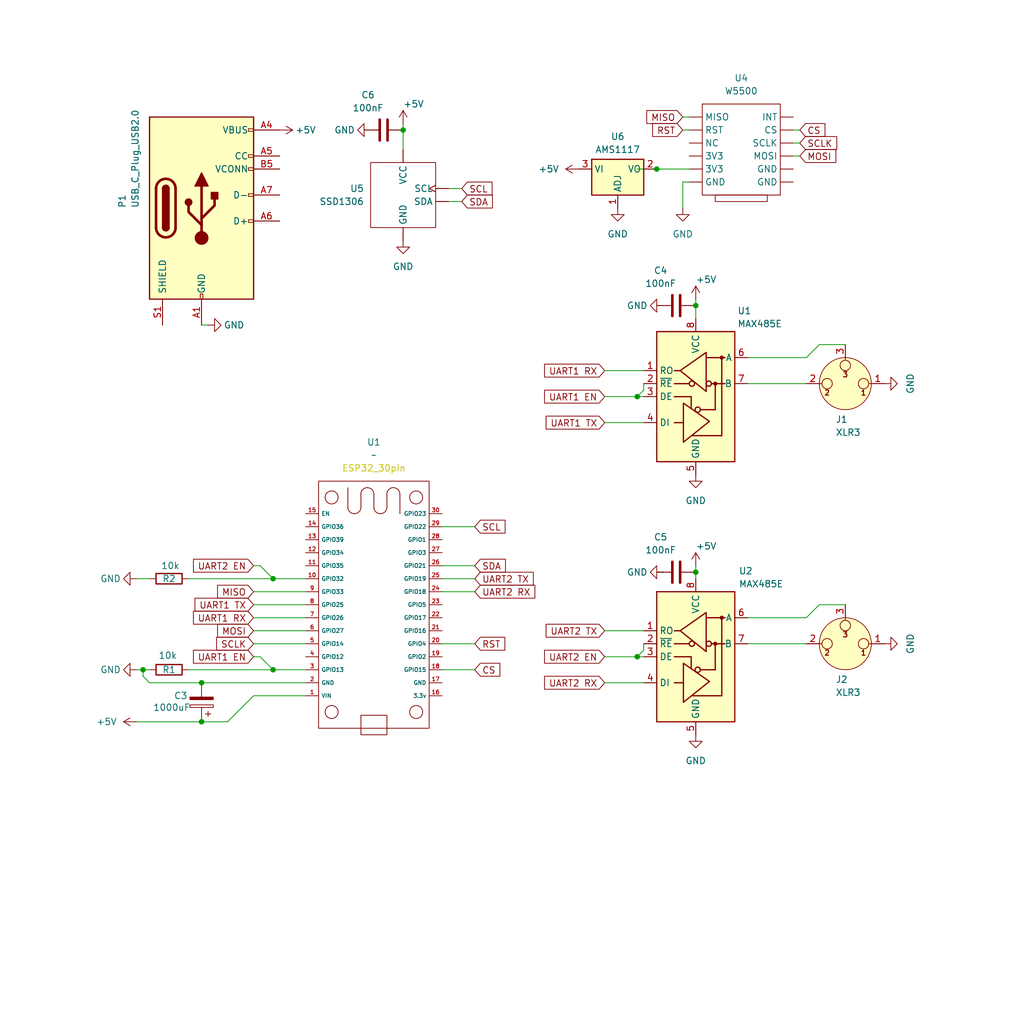
<source format=kicad_sch>
(kicad_sch
	(version 20250114)
	(generator "eeschema")
	(generator_version "9.0")
	(uuid "a3c8f8ca-6e24-4c78-a799-844e8c833808")
	(paper "User" 200 200)
	(title_block
		(title "ArtNet to DMX Converter")
	)
	(lib_symbols
		(symbol "Connector:USB_C_Plug_USB2.0"
			(pin_names
				(offset 1.016)
			)
			(exclude_from_sim no)
			(in_bom yes)
			(on_board yes)
			(property "Reference" "P"
				(at -10.16 19.05 0)
				(effects
					(font
						(size 1.27 1.27)
					)
					(justify left)
				)
			)
			(property "Value" "USB_C_Plug_USB2.0"
				(at 12.7 19.05 0)
				(effects
					(font
						(size 1.27 1.27)
					)
					(justify right)
				)
			)
			(property "Footprint" ""
				(at 3.81 0 0)
				(effects
					(font
						(size 1.27 1.27)
					)
					(hide yes)
				)
			)
			(property "Datasheet" "https://www.usb.org/sites/default/files/documents/usb_type-c.zip"
				(at 3.81 0 0)
				(effects
					(font
						(size 1.27 1.27)
					)
					(hide yes)
				)
			)
			(property "Description" "USB 2.0-only Type-C Plug connector"
				(at 0 0 0)
				(effects
					(font
						(size 1.27 1.27)
					)
					(hide yes)
				)
			)
			(property "ki_keywords" "usb universal serial bus type-C USB2.0"
				(at 0 0 0)
				(effects
					(font
						(size 1.27 1.27)
					)
					(hide yes)
				)
			)
			(property "ki_fp_filters" "USB*C*Plug*"
				(at 0 0 0)
				(effects
					(font
						(size 1.27 1.27)
					)
					(hide yes)
				)
			)
			(symbol "USB_C_Plug_USB2.0_0_0"
				(rectangle
					(start -0.254 -17.78)
					(end 0.254 -16.764)
					(stroke
						(width 0)
						(type default)
					)
					(fill
						(type none)
					)
				)
				(rectangle
					(start 10.16 15.494)
					(end 9.144 14.986)
					(stroke
						(width 0)
						(type default)
					)
					(fill
						(type none)
					)
				)
				(rectangle
					(start 10.16 10.414)
					(end 9.144 9.906)
					(stroke
						(width 0)
						(type default)
					)
					(fill
						(type none)
					)
				)
				(rectangle
					(start 10.16 7.874)
					(end 9.144 7.366)
					(stroke
						(width 0)
						(type default)
					)
					(fill
						(type none)
					)
				)
				(rectangle
					(start 10.16 2.794)
					(end 9.144 2.286)
					(stroke
						(width 0)
						(type default)
					)
					(fill
						(type none)
					)
				)
				(rectangle
					(start 10.16 -2.286)
					(end 9.144 -2.794)
					(stroke
						(width 0)
						(type default)
					)
					(fill
						(type none)
					)
				)
			)
			(symbol "USB_C_Plug_USB2.0_0_1"
				(rectangle
					(start -10.16 17.78)
					(end 10.16 -17.78)
					(stroke
						(width 0.254)
						(type default)
					)
					(fill
						(type background)
					)
				)
				(polyline
					(pts
						(xy -8.89 -3.81) (xy -8.89 3.81)
					)
					(stroke
						(width 0.508)
						(type default)
					)
					(fill
						(type none)
					)
				)
				(rectangle
					(start -7.62 -3.81)
					(end -6.35 3.81)
					(stroke
						(width 0.254)
						(type default)
					)
					(fill
						(type outline)
					)
				)
				(arc
					(start -7.62 3.81)
					(mid -6.985 4.4423)
					(end -6.35 3.81)
					(stroke
						(width 0.254)
						(type default)
					)
					(fill
						(type none)
					)
				)
				(arc
					(start -7.62 3.81)
					(mid -6.985 4.4423)
					(end -6.35 3.81)
					(stroke
						(width 0.254)
						(type default)
					)
					(fill
						(type outline)
					)
				)
				(arc
					(start -8.89 3.81)
					(mid -6.985 5.7067)
					(end -5.08 3.81)
					(stroke
						(width 0.508)
						(type default)
					)
					(fill
						(type none)
					)
				)
				(arc
					(start -5.08 -3.81)
					(mid -6.985 -5.7067)
					(end -8.89 -3.81)
					(stroke
						(width 0.508)
						(type default)
					)
					(fill
						(type none)
					)
				)
				(arc
					(start -6.35 -3.81)
					(mid -6.985 -4.4423)
					(end -7.62 -3.81)
					(stroke
						(width 0.254)
						(type default)
					)
					(fill
						(type none)
					)
				)
				(arc
					(start -6.35 -3.81)
					(mid -6.985 -4.4423)
					(end -7.62 -3.81)
					(stroke
						(width 0.254)
						(type default)
					)
					(fill
						(type outline)
					)
				)
				(polyline
					(pts
						(xy -5.08 3.81) (xy -5.08 -3.81)
					)
					(stroke
						(width 0.508)
						(type default)
					)
					(fill
						(type none)
					)
				)
				(circle
					(center -2.54 1.143)
					(radius 0.635)
					(stroke
						(width 0.254)
						(type default)
					)
					(fill
						(type outline)
					)
				)
				(polyline
					(pts
						(xy -1.27 4.318) (xy 0 6.858) (xy 1.27 4.318) (xy -1.27 4.318)
					)
					(stroke
						(width 0.254)
						(type default)
					)
					(fill
						(type outline)
					)
				)
				(polyline
					(pts
						(xy 0 -2.032) (xy 2.54 0.508) (xy 2.54 1.778)
					)
					(stroke
						(width 0.508)
						(type default)
					)
					(fill
						(type none)
					)
				)
				(polyline
					(pts
						(xy 0 -3.302) (xy -2.54 -0.762) (xy -2.54 0.508)
					)
					(stroke
						(width 0.508)
						(type default)
					)
					(fill
						(type none)
					)
				)
				(polyline
					(pts
						(xy 0 -5.842) (xy 0 4.318)
					)
					(stroke
						(width 0.508)
						(type default)
					)
					(fill
						(type none)
					)
				)
				(circle
					(center 0 -5.842)
					(radius 1.27)
					(stroke
						(width 0)
						(type default)
					)
					(fill
						(type outline)
					)
				)
				(rectangle
					(start 1.905 1.778)
					(end 3.175 3.048)
					(stroke
						(width 0.254)
						(type default)
					)
					(fill
						(type outline)
					)
				)
			)
			(symbol "USB_C_Plug_USB2.0_1_1"
				(pin passive line
					(at -7.62 -22.86 90)
					(length 5.08)
					(name "SHIELD"
						(effects
							(font
								(size 1.27 1.27)
							)
						)
					)
					(number "S1"
						(effects
							(font
								(size 1.27 1.27)
							)
						)
					)
				)
				(pin passive line
					(at 0 -22.86 90)
					(length 5.08)
					(name "GND"
						(effects
							(font
								(size 1.27 1.27)
							)
						)
					)
					(number "A1"
						(effects
							(font
								(size 1.27 1.27)
							)
						)
					)
				)
				(pin passive line
					(at 0 -22.86 90)
					(length 5.08)
					(hide yes)
					(name "GND"
						(effects
							(font
								(size 1.27 1.27)
							)
						)
					)
					(number "A12"
						(effects
							(font
								(size 1.27 1.27)
							)
						)
					)
				)
				(pin passive line
					(at 0 -22.86 90)
					(length 5.08)
					(hide yes)
					(name "GND"
						(effects
							(font
								(size 1.27 1.27)
							)
						)
					)
					(number "B1"
						(effects
							(font
								(size 1.27 1.27)
							)
						)
					)
				)
				(pin passive line
					(at 0 -22.86 90)
					(length 5.08)
					(hide yes)
					(name "GND"
						(effects
							(font
								(size 1.27 1.27)
							)
						)
					)
					(number "B12"
						(effects
							(font
								(size 1.27 1.27)
							)
						)
					)
				)
				(pin passive line
					(at 15.24 15.24 180)
					(length 5.08)
					(name "VBUS"
						(effects
							(font
								(size 1.27 1.27)
							)
						)
					)
					(number "A4"
						(effects
							(font
								(size 1.27 1.27)
							)
						)
					)
				)
				(pin passive line
					(at 15.24 15.24 180)
					(length 5.08)
					(hide yes)
					(name "VBUS"
						(effects
							(font
								(size 1.27 1.27)
							)
						)
					)
					(number "A9"
						(effects
							(font
								(size 1.27 1.27)
							)
						)
					)
				)
				(pin passive line
					(at 15.24 15.24 180)
					(length 5.08)
					(hide yes)
					(name "VBUS"
						(effects
							(font
								(size 1.27 1.27)
							)
						)
					)
					(number "B4"
						(effects
							(font
								(size 1.27 1.27)
							)
						)
					)
				)
				(pin passive line
					(at 15.24 15.24 180)
					(length 5.08)
					(hide yes)
					(name "VBUS"
						(effects
							(font
								(size 1.27 1.27)
							)
						)
					)
					(number "B9"
						(effects
							(font
								(size 1.27 1.27)
							)
						)
					)
				)
				(pin bidirectional line
					(at 15.24 10.16 180)
					(length 5.08)
					(name "CC"
						(effects
							(font
								(size 1.27 1.27)
							)
						)
					)
					(number "A5"
						(effects
							(font
								(size 1.27 1.27)
							)
						)
					)
				)
				(pin bidirectional line
					(at 15.24 7.62 180)
					(length 5.08)
					(name "VCONN"
						(effects
							(font
								(size 1.27 1.27)
							)
						)
					)
					(number "B5"
						(effects
							(font
								(size 1.27 1.27)
							)
						)
					)
				)
				(pin bidirectional line
					(at 15.24 2.54 180)
					(length 5.08)
					(name "D-"
						(effects
							(font
								(size 1.27 1.27)
							)
						)
					)
					(number "A7"
						(effects
							(font
								(size 1.27 1.27)
							)
						)
					)
				)
				(pin bidirectional line
					(at 15.24 -2.54 180)
					(length 5.08)
					(name "D+"
						(effects
							(font
								(size 1.27 1.27)
							)
						)
					)
					(number "A6"
						(effects
							(font
								(size 1.27 1.27)
							)
						)
					)
				)
			)
			(embedded_fonts no)
		)
		(symbol "Connector_Audio:XLR3"
			(pin_names
				(hide yes)
			)
			(exclude_from_sim no)
			(in_bom yes)
			(on_board yes)
			(property "Reference" "J"
				(at 0 8.89 0)
				(effects
					(font
						(size 1.27 1.27)
					)
				)
			)
			(property "Value" "XLR3"
				(at 0 6.35 0)
				(effects
					(font
						(size 1.27 1.27)
					)
				)
			)
			(property "Footprint" ""
				(at 0 0 0)
				(effects
					(font
						(size 1.27 1.27)
					)
					(hide yes)
				)
			)
			(property "Datasheet" "~"
				(at 0 0 0)
				(effects
					(font
						(size 1.27 1.27)
					)
					(hide yes)
				)
			)
			(property "Description" "XLR Connector, Male or Female, 3 Pins"
				(at 0 0 0)
				(effects
					(font
						(size 1.27 1.27)
					)
					(hide yes)
				)
			)
			(property "ki_keywords" "xlr connector"
				(at 0 0 0)
				(effects
					(font
						(size 1.27 1.27)
					)
					(hide yes)
				)
			)
			(property "ki_fp_filters" "Jack*XLR*"
				(at 0 0 0)
				(effects
					(font
						(size 1.27 1.27)
					)
					(hide yes)
				)
			)
			(symbol "XLR3_0_1"
				(polyline
					(pts
						(xy -5.08 0) (xy -4.572 0)
					)
					(stroke
						(width 0)
						(type default)
					)
					(fill
						(type none)
					)
				)
				(circle
					(center -3.556 0)
					(radius 1.016)
					(stroke
						(width 0)
						(type default)
					)
					(fill
						(type none)
					)
				)
				(circle
					(center 0 0)
					(radius 5.08)
					(stroke
						(width 0)
						(type default)
					)
					(fill
						(type background)
					)
				)
				(circle
					(center 0 -3.556)
					(radius 1.016)
					(stroke
						(width 0)
						(type default)
					)
					(fill
						(type none)
					)
				)
				(polyline
					(pts
						(xy 0 -5.08) (xy 0 -4.572)
					)
					(stroke
						(width 0)
						(type default)
					)
					(fill
						(type none)
					)
				)
				(circle
					(center 3.556 0)
					(radius 1.016)
					(stroke
						(width 0)
						(type default)
					)
					(fill
						(type none)
					)
				)
				(polyline
					(pts
						(xy 5.08 0) (xy 4.572 0)
					)
					(stroke
						(width 0)
						(type default)
					)
					(fill
						(type none)
					)
				)
				(text "1"
					(at -3.556 1.778 0)
					(effects
						(font
							(size 1.016 1.016)
							(bold yes)
						)
					)
				)
				(text "3"
					(at 0 -1.778 0)
					(effects
						(font
							(size 1.016 1.016)
							(bold yes)
						)
					)
				)
				(text "2"
					(at 3.556 1.778 0)
					(effects
						(font
							(size 1.016 1.016)
							(bold yes)
						)
					)
				)
				(pin passive line
					(at -7.62 0 0)
					(length 2.54)
					(name "~"
						(effects
							(font
								(size 1.27 1.27)
							)
						)
					)
					(number "1"
						(effects
							(font
								(size 1.27 1.27)
							)
						)
					)
				)
				(pin passive line
					(at 0 -7.62 90)
					(length 2.54)
					(name "~"
						(effects
							(font
								(size 1.27 1.27)
							)
						)
					)
					(number "3"
						(effects
							(font
								(size 1.27 1.27)
							)
						)
					)
				)
				(pin passive line
					(at 7.62 0 180)
					(length 2.54)
					(name "~"
						(effects
							(font
								(size 1.27 1.27)
							)
						)
					)
					(number "2"
						(effects
							(font
								(size 1.27 1.27)
							)
						)
					)
				)
			)
			(embedded_fonts no)
		)
		(symbol "Device:C"
			(pin_numbers
				(hide yes)
			)
			(pin_names
				(offset 0.254)
			)
			(exclude_from_sim no)
			(in_bom yes)
			(on_board yes)
			(property "Reference" "C"
				(at 0.635 2.54 0)
				(effects
					(font
						(size 1.27 1.27)
					)
					(justify left)
				)
			)
			(property "Value" "C"
				(at 0.635 -2.54 0)
				(effects
					(font
						(size 1.27 1.27)
					)
					(justify left)
				)
			)
			(property "Footprint" ""
				(at 0.9652 -3.81 0)
				(effects
					(font
						(size 1.27 1.27)
					)
					(hide yes)
				)
			)
			(property "Datasheet" "~"
				(at 0 0 0)
				(effects
					(font
						(size 1.27 1.27)
					)
					(hide yes)
				)
			)
			(property "Description" "Unpolarized capacitor"
				(at 0 0 0)
				(effects
					(font
						(size 1.27 1.27)
					)
					(hide yes)
				)
			)
			(property "ki_keywords" "cap capacitor"
				(at 0 0 0)
				(effects
					(font
						(size 1.27 1.27)
					)
					(hide yes)
				)
			)
			(property "ki_fp_filters" "C_*"
				(at 0 0 0)
				(effects
					(font
						(size 1.27 1.27)
					)
					(hide yes)
				)
			)
			(symbol "C_0_1"
				(polyline
					(pts
						(xy -2.032 0.762) (xy 2.032 0.762)
					)
					(stroke
						(width 0.508)
						(type default)
					)
					(fill
						(type none)
					)
				)
				(polyline
					(pts
						(xy -2.032 -0.762) (xy 2.032 -0.762)
					)
					(stroke
						(width 0.508)
						(type default)
					)
					(fill
						(type none)
					)
				)
			)
			(symbol "C_1_1"
				(pin passive line
					(at 0 3.81 270)
					(length 2.794)
					(name "~"
						(effects
							(font
								(size 1.27 1.27)
							)
						)
					)
					(number "1"
						(effects
							(font
								(size 1.27 1.27)
							)
						)
					)
				)
				(pin passive line
					(at 0 -3.81 90)
					(length 2.794)
					(name "~"
						(effects
							(font
								(size 1.27 1.27)
							)
						)
					)
					(number "2"
						(effects
							(font
								(size 1.27 1.27)
							)
						)
					)
				)
			)
			(embedded_fonts no)
		)
		(symbol "Device:C_Polarized"
			(pin_numbers
				(hide yes)
			)
			(pin_names
				(offset 0.254)
			)
			(exclude_from_sim no)
			(in_bom yes)
			(on_board yes)
			(property "Reference" "C"
				(at 0.635 2.54 0)
				(effects
					(font
						(size 1.27 1.27)
					)
					(justify left)
				)
			)
			(property "Value" "C_Polarized"
				(at 0.635 -2.54 0)
				(effects
					(font
						(size 1.27 1.27)
					)
					(justify left)
				)
			)
			(property "Footprint" ""
				(at 0.9652 -3.81 0)
				(effects
					(font
						(size 1.27 1.27)
					)
					(hide yes)
				)
			)
			(property "Datasheet" "~"
				(at 0 0 0)
				(effects
					(font
						(size 1.27 1.27)
					)
					(hide yes)
				)
			)
			(property "Description" "Polarized capacitor"
				(at 0 0 0)
				(effects
					(font
						(size 1.27 1.27)
					)
					(hide yes)
				)
			)
			(property "ki_keywords" "cap capacitor"
				(at 0 0 0)
				(effects
					(font
						(size 1.27 1.27)
					)
					(hide yes)
				)
			)
			(property "ki_fp_filters" "CP_*"
				(at 0 0 0)
				(effects
					(font
						(size 1.27 1.27)
					)
					(hide yes)
				)
			)
			(symbol "C_Polarized_0_1"
				(rectangle
					(start -2.286 0.508)
					(end 2.286 1.016)
					(stroke
						(width 0)
						(type default)
					)
					(fill
						(type none)
					)
				)
				(polyline
					(pts
						(xy -1.778 2.286) (xy -0.762 2.286)
					)
					(stroke
						(width 0)
						(type default)
					)
					(fill
						(type none)
					)
				)
				(polyline
					(pts
						(xy -1.27 2.794) (xy -1.27 1.778)
					)
					(stroke
						(width 0)
						(type default)
					)
					(fill
						(type none)
					)
				)
				(rectangle
					(start 2.286 -0.508)
					(end -2.286 -1.016)
					(stroke
						(width 0)
						(type default)
					)
					(fill
						(type outline)
					)
				)
			)
			(symbol "C_Polarized_1_1"
				(pin passive line
					(at 0 3.81 270)
					(length 2.794)
					(name "~"
						(effects
							(font
								(size 1.27 1.27)
							)
						)
					)
					(number "1"
						(effects
							(font
								(size 1.27 1.27)
							)
						)
					)
				)
				(pin passive line
					(at 0 -3.81 90)
					(length 2.794)
					(name "~"
						(effects
							(font
								(size 1.27 1.27)
							)
						)
					)
					(number "2"
						(effects
							(font
								(size 1.27 1.27)
							)
						)
					)
				)
			)
			(embedded_fonts no)
		)
		(symbol "Device:R"
			(pin_numbers
				(hide yes)
			)
			(pin_names
				(offset 0)
			)
			(exclude_from_sim no)
			(in_bom yes)
			(on_board yes)
			(property "Reference" "R"
				(at 2.032 0 90)
				(effects
					(font
						(size 1.27 1.27)
					)
				)
			)
			(property "Value" "R"
				(at 0 0 90)
				(effects
					(font
						(size 1.27 1.27)
					)
				)
			)
			(property "Footprint" ""
				(at -1.778 0 90)
				(effects
					(font
						(size 1.27 1.27)
					)
					(hide yes)
				)
			)
			(property "Datasheet" "~"
				(at 0 0 0)
				(effects
					(font
						(size 1.27 1.27)
					)
					(hide yes)
				)
			)
			(property "Description" "Resistor"
				(at 0 0 0)
				(effects
					(font
						(size 1.27 1.27)
					)
					(hide yes)
				)
			)
			(property "ki_keywords" "R res resistor"
				(at 0 0 0)
				(effects
					(font
						(size 1.27 1.27)
					)
					(hide yes)
				)
			)
			(property "ki_fp_filters" "R_*"
				(at 0 0 0)
				(effects
					(font
						(size 1.27 1.27)
					)
					(hide yes)
				)
			)
			(symbol "R_0_1"
				(rectangle
					(start -1.016 -2.54)
					(end 1.016 2.54)
					(stroke
						(width 0.254)
						(type default)
					)
					(fill
						(type none)
					)
				)
			)
			(symbol "R_1_1"
				(pin passive line
					(at 0 3.81 270)
					(length 1.27)
					(name "~"
						(effects
							(font
								(size 1.27 1.27)
							)
						)
					)
					(number "1"
						(effects
							(font
								(size 1.27 1.27)
							)
						)
					)
				)
				(pin passive line
					(at 0 -3.81 90)
					(length 1.27)
					(name "~"
						(effects
							(font
								(size 1.27 1.27)
							)
						)
					)
					(number "2"
						(effects
							(font
								(size 1.27 1.27)
							)
						)
					)
				)
			)
			(embedded_fonts no)
		)
		(symbol "Interface_UART:MAX485E"
			(exclude_from_sim no)
			(in_bom yes)
			(on_board yes)
			(property "Reference" "U"
				(at -6.985 13.97 0)
				(effects
					(font
						(size 1.27 1.27)
					)
				)
			)
			(property "Value" "MAX485E"
				(at 1.905 13.97 0)
				(effects
					(font
						(size 1.27 1.27)
					)
					(justify left)
				)
			)
			(property "Footprint" "Package_SO:SOIC-8_3.9x4.9mm_P1.27mm"
				(at 0 -22.86 0)
				(effects
					(font
						(size 1.27 1.27)
					)
					(hide yes)
				)
			)
			(property "Datasheet" "https://datasheets.maximintegrated.com/en/ds/MAX1487E-MAX491E.pdf"
				(at 0 1.27 0)
				(effects
					(font
						(size 1.27 1.27)
					)
					(hide yes)
				)
			)
			(property "Description" "Half duplex RS-485/RS-422, 2.5 Mbps, ±15kV electro-static discharge (ESD) protection, no slew-rate, no low-power shutdown, with receiver/driver enable, 32 receiver drive capability, DIP-8 and SOIC-8"
				(at 0 0 0)
				(effects
					(font
						(size 1.27 1.27)
					)
					(hide yes)
				)
			)
			(property "ki_keywords" "transceiver"
				(at 0 0 0)
				(effects
					(font
						(size 1.27 1.27)
					)
					(hide yes)
				)
			)
			(property "ki_fp_filters" "DIP*W7.62mm* SOIC*3.9x4.9mm*P1.27mm*"
				(at 0 0 0)
				(effects
					(font
						(size 1.27 1.27)
					)
					(hide yes)
				)
			)
			(symbol "MAX485E_0_1"
				(rectangle
					(start -7.62 12.7)
					(end 7.62 -12.7)
					(stroke
						(width 0.254)
						(type default)
					)
					(fill
						(type background)
					)
				)
				(polyline
					(pts
						(xy -4.191 2.54) (xy -1.27 2.54)
					)
					(stroke
						(width 0.254)
						(type default)
					)
					(fill
						(type none)
					)
				)
				(polyline
					(pts
						(xy -4.191 0) (xy -0.889 0) (xy -0.889 -2.286)
					)
					(stroke
						(width 0.254)
						(type default)
					)
					(fill
						(type none)
					)
				)
				(polyline
					(pts
						(xy -3.175 5.08) (xy -4.191 5.08) (xy -4.064 5.08)
					)
					(stroke
						(width 0.254)
						(type default)
					)
					(fill
						(type none)
					)
				)
				(polyline
					(pts
						(xy -2.54 -5.08) (xy -4.191 -5.08)
					)
					(stroke
						(width 0.254)
						(type default)
					)
					(fill
						(type none)
					)
				)
				(polyline
					(pts
						(xy -2.413 -5.08) (xy -2.413 -1.27) (xy 2.667 -4.826) (xy -2.413 -8.89) (xy -2.413 -5.08)
					)
					(stroke
						(width 0.254)
						(type default)
					)
					(fill
						(type none)
					)
				)
				(polyline
					(pts
						(xy -0.635 -7.62) (xy 5.08 -7.62)
					)
					(stroke
						(width 0.254)
						(type default)
					)
					(fill
						(type none)
					)
				)
				(circle
					(center 0.381 -2.54)
					(radius 0.508)
					(stroke
						(width 0.254)
						(type default)
					)
					(fill
						(type none)
					)
				)
				(polyline
					(pts
						(xy 0.889 -2.54) (xy 3.81 -2.54)
					)
					(stroke
						(width 0.254)
						(type default)
					)
					(fill
						(type none)
					)
				)
				(polyline
					(pts
						(xy 2.032 7.62) (xy 5.715 7.62)
					)
					(stroke
						(width 0.254)
						(type default)
					)
					(fill
						(type none)
					)
				)
				(polyline
					(pts
						(xy 3.048 2.54) (xy 5.715 2.54)
					)
					(stroke
						(width 0.254)
						(type default)
					)
					(fill
						(type none)
					)
				)
				(circle
					(center 3.81 2.54)
					(radius 0.2794)
					(stroke
						(width 0.254)
						(type default)
					)
					(fill
						(type outline)
					)
				)
				(polyline
					(pts
						(xy 3.81 -2.54) (xy 3.81 2.54)
					)
					(stroke
						(width 0.254)
						(type default)
					)
					(fill
						(type none)
					)
				)
				(polyline
					(pts
						(xy 5.08 -7.62) (xy 5.08 7.62)
					)
					(stroke
						(width 0.254)
						(type default)
					)
					(fill
						(type none)
					)
				)
			)
			(symbol "MAX485E_1_1"
				(circle
					(center -0.762 2.54)
					(radius 0.508)
					(stroke
						(width 0.254)
						(type default)
					)
					(fill
						(type none)
					)
				)
				(polyline
					(pts
						(xy 2.032 4.826) (xy 2.032 8.636) (xy -3.048 5.08) (xy 2.032 1.016) (xy 2.032 4.826)
					)
					(stroke
						(width 0.254)
						(type default)
					)
					(fill
						(type none)
					)
				)
				(circle
					(center 2.54 2.54)
					(radius 0.508)
					(stroke
						(width 0.254)
						(type default)
					)
					(fill
						(type none)
					)
				)
				(circle
					(center 5.08 7.62)
					(radius 0.2794)
					(stroke
						(width 0.254)
						(type default)
					)
					(fill
						(type outline)
					)
				)
				(pin output line
					(at -10.16 5.08 0)
					(length 2.54)
					(name "RO"
						(effects
							(font
								(size 1.27 1.27)
							)
						)
					)
					(number "1"
						(effects
							(font
								(size 1.27 1.27)
							)
						)
					)
				)
				(pin input line
					(at -10.16 2.54 0)
					(length 2.54)
					(name "~{RE}"
						(effects
							(font
								(size 1.27 1.27)
							)
						)
					)
					(number "2"
						(effects
							(font
								(size 1.27 1.27)
							)
						)
					)
				)
				(pin input line
					(at -10.16 0 0)
					(length 2.54)
					(name "DE"
						(effects
							(font
								(size 1.27 1.27)
							)
						)
					)
					(number "3"
						(effects
							(font
								(size 1.27 1.27)
							)
						)
					)
				)
				(pin input line
					(at -10.16 -5.08 0)
					(length 2.54)
					(name "DI"
						(effects
							(font
								(size 1.27 1.27)
							)
						)
					)
					(number "4"
						(effects
							(font
								(size 1.27 1.27)
							)
						)
					)
				)
				(pin power_in line
					(at 0 15.24 270)
					(length 2.54)
					(name "VCC"
						(effects
							(font
								(size 1.27 1.27)
							)
						)
					)
					(number "8"
						(effects
							(font
								(size 1.27 1.27)
							)
						)
					)
				)
				(pin power_in line
					(at 0 -15.24 90)
					(length 2.54)
					(name "GND"
						(effects
							(font
								(size 1.27 1.27)
							)
						)
					)
					(number "5"
						(effects
							(font
								(size 1.27 1.27)
							)
						)
					)
				)
				(pin bidirectional line
					(at 10.16 7.62 180)
					(length 2.54)
					(name "A"
						(effects
							(font
								(size 1.27 1.27)
							)
						)
					)
					(number "6"
						(effects
							(font
								(size 1.27 1.27)
							)
						)
					)
				)
				(pin bidirectional line
					(at 10.16 2.54 180)
					(length 2.54)
					(name "B"
						(effects
							(font
								(size 1.27 1.27)
							)
						)
					)
					(number "7"
						(effects
							(font
								(size 1.27 1.27)
							)
						)
					)
				)
			)
			(embedded_fonts no)
		)
		(symbol "Regulator_Linear:AMS1117"
			(exclude_from_sim no)
			(in_bom yes)
			(on_board yes)
			(property "Reference" "U"
				(at -3.81 3.175 0)
				(effects
					(font
						(size 1.27 1.27)
					)
				)
			)
			(property "Value" "AMS1117"
				(at 0 3.175 0)
				(effects
					(font
						(size 1.27 1.27)
					)
					(justify left)
				)
			)
			(property "Footprint" "Package_TO_SOT_SMD:SOT-223-3_TabPin2"
				(at 0 5.08 0)
				(effects
					(font
						(size 1.27 1.27)
					)
					(hide yes)
				)
			)
			(property "Datasheet" "http://www.advanced-monolithic.com/pdf/ds1117.pdf"
				(at 2.54 -6.35 0)
				(effects
					(font
						(size 1.27 1.27)
					)
					(hide yes)
				)
			)
			(property "Description" "1A Low Dropout regulator, positive, adjustable output, SOT-223"
				(at 0 0 0)
				(effects
					(font
						(size 1.27 1.27)
					)
					(hide yes)
				)
			)
			(property "ki_keywords" "linear regulator ldo adjustable positive"
				(at 0 0 0)
				(effects
					(font
						(size 1.27 1.27)
					)
					(hide yes)
				)
			)
			(property "ki_fp_filters" "SOT?223*TabPin2*"
				(at 0 0 0)
				(effects
					(font
						(size 1.27 1.27)
					)
					(hide yes)
				)
			)
			(symbol "AMS1117_0_1"
				(rectangle
					(start -5.08 -5.08)
					(end 5.08 1.905)
					(stroke
						(width 0.254)
						(type default)
					)
					(fill
						(type background)
					)
				)
			)
			(symbol "AMS1117_1_1"
				(pin power_in line
					(at -7.62 0 0)
					(length 2.54)
					(name "VI"
						(effects
							(font
								(size 1.27 1.27)
							)
						)
					)
					(number "3"
						(effects
							(font
								(size 1.27 1.27)
							)
						)
					)
				)
				(pin input line
					(at 0 -7.62 90)
					(length 2.54)
					(name "ADJ"
						(effects
							(font
								(size 1.27 1.27)
							)
						)
					)
					(number "1"
						(effects
							(font
								(size 1.27 1.27)
							)
						)
					)
				)
				(pin power_out line
					(at 7.62 0 180)
					(length 2.54)
					(name "VO"
						(effects
							(font
								(size 1.27 1.27)
							)
						)
					)
					(number "2"
						(effects
							(font
								(size 1.27 1.27)
							)
						)
					)
				)
			)
			(embedded_fonts no)
		)
		(symbol "components:ESP32_30Pin"
			(exclude_from_sim no)
			(in_bom yes)
			(on_board yes)
			(property "Reference" "U"
				(at 0 0 0)
				(effects
					(font
						(size 1.27 1.27)
					)
				)
			)
			(property "Value" ""
				(at 0 0 0)
				(effects
					(font
						(size 1.27 1.27)
					)
				)
			)
			(property "Footprint" "ESP32_30pin"
				(at 0 -2.54 0)
				(effects
					(font
						(size 1.27 1.27)
						(color 194 194 0 1)
					)
				)
			)
			(property "Datasheet" ""
				(at 0 0 0)
				(effects
					(font
						(size 1.27 1.27)
					)
					(hide yes)
				)
			)
			(property "Description" ""
				(at 0 0 0)
				(effects
					(font
						(size 1.27 1.27)
					)
					(hide yes)
				)
			)
			(symbol "ESP32_30Pin_0_1"
				(rectangle
					(start -24.13 10.795)
					(end 24.13 -10.795)
					(stroke
						(width 0)
						(type default)
					)
					(fill
						(type none)
					)
				)
				(polyline
					(pts
						(xy -21.59 5.08) (xy -20.32 5.08)
					)
					(stroke
						(width 0)
						(type default)
					)
					(fill
						(type none)
					)
				)
				(polyline
					(pts
						(xy -21.59 2.54) (xy -20.32 2.54)
					)
					(stroke
						(width 0)
						(type default)
					)
					(fill
						(type none)
					)
				)
				(polyline
					(pts
						(xy -21.59 0) (xy -20.32 0)
					)
					(stroke
						(width 0)
						(type default)
					)
					(fill
						(type none)
					)
				)
				(polyline
					(pts
						(xy -21.59 -2.54) (xy -20.32 -2.54)
					)
					(stroke
						(width 0)
						(type default)
					)
					(fill
						(type none)
					)
				)
				(arc
					(start -21.5975 2.5325)
					(mid -22.4933 2.9067)
					(end -22.8675 3.8025)
					(stroke
						(width 0)
						(type default)
					)
					(fill
						(type none)
					)
				)
				(arc
					(start -21.5975 -2.5475)
					(mid -22.4933 -2.1733)
					(end -22.8675 -1.2775)
					(stroke
						(width 0)
						(type default)
					)
					(fill
						(type none)
					)
				)
				(arc
					(start -22.86 3.81)
					(mid -22.4873 4.7073)
					(end -21.59 5.08)
					(stroke
						(width 0)
						(type default)
					)
					(fill
						(type none)
					)
				)
				(arc
					(start -22.86 -1.27)
					(mid -22.4873 -0.3727)
					(end -21.59 0)
					(stroke
						(width 0)
						(type default)
					)
					(fill
						(type none)
					)
				)
				(circle
					(center -20.955 8.255)
					(radius 1.27)
					(stroke
						(width 0)
						(type default)
					)
					(fill
						(type none)
					)
				)
				(circle
					(center -20.955 -8.255)
					(radius 1.27)
					(stroke
						(width 0)
						(type default)
					)
					(fill
						(type none)
					)
				)
				(polyline
					(pts
						(xy -20.32 5.08) (xy -17.78 5.08)
					)
					(stroke
						(width 0)
						(type default)
					)
					(fill
						(type none)
					)
				)
				(polyline
					(pts
						(xy -20.32 -5.08) (xy -22.86 -5.08)
					)
					(stroke
						(width 0)
						(type default)
					)
					(fill
						(type none)
					)
				)
				(arc
					(start -17.7775 1.2675)
					(mid -18.1502 0.3702)
					(end -19.0475 -0.0025)
					(stroke
						(width 0)
						(type default)
					)
					(fill
						(type none)
					)
				)
				(arc
					(start -17.7775 -3.8125)
					(mid -18.1502 -4.7098)
					(end -19.0475 -5.0825)
					(stroke
						(width 0)
						(type default)
					)
					(fill
						(type none)
					)
				)
				(arc
					(start -19.04 2.545)
					(mid -18.1442 2.1708)
					(end -17.77 1.275)
					(stroke
						(width 0)
						(type default)
					)
					(fill
						(type none)
					)
				)
				(arc
					(start -19.04 -2.535)
					(mid -18.1442 -2.9092)
					(end -17.77 -3.805)
					(stroke
						(width 0)
						(type default)
					)
					(fill
						(type none)
					)
				)
				(polyline
					(pts
						(xy -19.0475 2.5375) (xy -20.3175 2.5375)
					)
					(stroke
						(width 0)
						(type default)
					)
					(fill
						(type none)
					)
				)
				(polyline
					(pts
						(xy -19.0475 -0.0025) (xy -20.3175 -0.0025)
					)
					(stroke
						(width 0)
						(type default)
					)
					(fill
						(type none)
					)
				)
				(polyline
					(pts
						(xy -19.0475 -2.5425) (xy -20.3175 -2.5425)
					)
					(stroke
						(width 0)
						(type default)
					)
					(fill
						(type none)
					)
				)
				(polyline
					(pts
						(xy -19.0475 -5.0825) (xy -20.3175 -5.0825)
					)
					(stroke
						(width 0)
						(type default)
					)
					(fill
						(type none)
					)
				)
				(circle
					(center 20.955 8.255)
					(radius 1.27)
					(stroke
						(width 0)
						(type default)
					)
					(fill
						(type none)
					)
				)
				(circle
					(center 20.955 -8.255)
					(radius 1.27)
					(stroke
						(width 0)
						(type default)
					)
					(fill
						(type none)
					)
				)
				(rectangle
					(start 21.59 2.54)
					(end 25.4 -2.54)
					(stroke
						(width 0)
						(type default)
					)
					(fill
						(type none)
					)
				)
			)
			(symbol "ESP32_30Pin_1_1"
				(pin bidirectional line
					(at -17.78 13.335 270)
					(length 2.54)
					(name "GPIO23"
						(effects
							(font
								(size 0.7874 0.7874)
							)
						)
					)
					(number "30"
						(effects
							(font
								(size 0.7874 0.7874)
							)
						)
					)
				)
				(pin bidirectional line
					(at -17.78 -13.335 90)
					(length 2.54)
					(name "EN"
						(effects
							(font
								(size 0.7874 0.7874)
							)
						)
					)
					(number "15"
						(effects
							(font
								(size 0.7874 0.7874)
							)
						)
					)
				)
				(pin bidirectional line
					(at -15.24 13.335 270)
					(length 2.54)
					(name "GPIO22"
						(effects
							(font
								(size 0.7874 0.7874)
							)
						)
					)
					(number "29"
						(effects
							(font
								(size 0.7874 0.7874)
							)
						)
					)
				)
				(pin bidirectional line
					(at -15.24 -13.335 90)
					(length 2.54)
					(name "GPIO36"
						(effects
							(font
								(size 0.7874 0.7874)
							)
						)
					)
					(number "14"
						(effects
							(font
								(size 0.7874 0.7874)
							)
						)
					)
				)
				(pin bidirectional line
					(at -12.7 13.335 270)
					(length 2.54)
					(name "GPIO1"
						(effects
							(font
								(size 0.7874 0.7874)
							)
						)
					)
					(number "28"
						(effects
							(font
								(size 0.7874 0.7874)
							)
						)
					)
				)
				(pin bidirectional line
					(at -12.7 -13.335 90)
					(length 2.54)
					(name "GPIO39"
						(effects
							(font
								(size 0.7874 0.7874)
							)
						)
					)
					(number "13"
						(effects
							(font
								(size 0.7874 0.7874)
							)
						)
					)
				)
				(pin bidirectional line
					(at -10.16 13.335 270)
					(length 2.54)
					(name "GPIO3"
						(effects
							(font
								(size 0.7874 0.7874)
							)
						)
					)
					(number "27"
						(effects
							(font
								(size 0.7874 0.7874)
							)
						)
					)
				)
				(pin bidirectional line
					(at -10.16 -13.335 90)
					(length 2.54)
					(name "GPIO34"
						(effects
							(font
								(size 0.7874 0.7874)
							)
						)
					)
					(number "12"
						(effects
							(font
								(size 0.7874 0.7874)
							)
						)
					)
				)
				(pin bidirectional line
					(at -7.62 13.335 270)
					(length 2.54)
					(name "GPIO21"
						(effects
							(font
								(size 0.7874 0.7874)
							)
						)
					)
					(number "26"
						(effects
							(font
								(size 0.7874 0.7874)
							)
						)
					)
				)
				(pin bidirectional line
					(at -7.62 -13.335 90)
					(length 2.54)
					(name "GPIO35"
						(effects
							(font
								(size 0.7874 0.7874)
							)
						)
					)
					(number "11"
						(effects
							(font
								(size 0.7874 0.7874)
							)
						)
					)
				)
				(pin bidirectional line
					(at -5.08 13.335 270)
					(length 2.54)
					(name "GPIO19"
						(effects
							(font
								(size 0.7874 0.7874)
							)
						)
					)
					(number "25"
						(effects
							(font
								(size 0.7874 0.7874)
							)
						)
					)
				)
				(pin bidirectional line
					(at -5.08 -13.335 90)
					(length 2.54)
					(name "GPIO32"
						(effects
							(font
								(size 0.7874 0.7874)
							)
						)
					)
					(number "10"
						(effects
							(font
								(size 0.7874 0.7874)
							)
						)
					)
				)
				(pin bidirectional line
					(at -2.54 13.335 270)
					(length 2.54)
					(name "GPIO18"
						(effects
							(font
								(size 0.7874 0.7874)
							)
						)
					)
					(number "24"
						(effects
							(font
								(size 0.7874 0.7874)
							)
						)
					)
				)
				(pin bidirectional line
					(at -2.54 -13.335 90)
					(length 2.54)
					(name "GPIO33"
						(effects
							(font
								(size 0.7874 0.7874)
							)
						)
					)
					(number "9"
						(effects
							(font
								(size 0.7874 0.7874)
							)
						)
					)
				)
				(pin bidirectional line
					(at 0 13.335 270)
					(length 2.54)
					(name "GPIO5"
						(effects
							(font
								(size 0.7874 0.7874)
							)
						)
					)
					(number "23"
						(effects
							(font
								(size 0.7874 0.7874)
							)
						)
					)
				)
				(pin bidirectional line
					(at 0 -13.335 90)
					(length 2.54)
					(name "GPIO25"
						(effects
							(font
								(size 0.7874 0.7874)
							)
						)
					)
					(number "8"
						(effects
							(font
								(size 0.7874 0.7874)
							)
						)
					)
				)
				(pin bidirectional line
					(at 2.54 13.335 270)
					(length 2.54)
					(name "GPIO17"
						(effects
							(font
								(size 0.7874 0.7874)
							)
						)
					)
					(number "22"
						(effects
							(font
								(size 0.7874 0.7874)
							)
						)
					)
				)
				(pin bidirectional line
					(at 2.54 -13.335 90)
					(length 2.54)
					(name "GPIO26"
						(effects
							(font
								(size 0.7874 0.7874)
							)
						)
					)
					(number "7"
						(effects
							(font
								(size 0.7874 0.7874)
							)
						)
					)
				)
				(pin bidirectional line
					(at 5.08 13.335 270)
					(length 2.54)
					(name "GPIO16"
						(effects
							(font
								(size 0.7874 0.7874)
							)
						)
					)
					(number "21"
						(effects
							(font
								(size 0.7874 0.7874)
							)
						)
					)
				)
				(pin bidirectional line
					(at 5.08 -13.335 90)
					(length 2.54)
					(name "GPIO27"
						(effects
							(font
								(size 0.7874 0.7874)
							)
						)
					)
					(number "6"
						(effects
							(font
								(size 0.7874 0.7874)
							)
						)
					)
				)
				(pin bidirectional line
					(at 7.62 13.335 270)
					(length 2.54)
					(name "GPIO4"
						(effects
							(font
								(size 0.7874 0.7874)
							)
						)
					)
					(number "20"
						(effects
							(font
								(size 0.7874 0.7874)
							)
						)
					)
				)
				(pin bidirectional line
					(at 7.62 -13.335 90)
					(length 2.54)
					(name "GPIO14"
						(effects
							(font
								(size 0.7874 0.7874)
							)
						)
					)
					(number "5"
						(effects
							(font
								(size 0.7874 0.7874)
							)
						)
					)
				)
				(pin bidirectional line
					(at 10.16 13.335 270)
					(length 2.54)
					(name "GPIO2"
						(effects
							(font
								(size 0.7874 0.7874)
							)
						)
					)
					(number "19"
						(effects
							(font
								(size 0.7874 0.7874)
							)
						)
					)
				)
				(pin bidirectional line
					(at 10.16 -13.335 90)
					(length 2.54)
					(name "GPIO12"
						(effects
							(font
								(size 0.7874 0.7874)
							)
						)
					)
					(number "4"
						(effects
							(font
								(size 0.7874 0.7874)
							)
						)
					)
				)
				(pin bidirectional line
					(at 12.7 13.335 270)
					(length 2.54)
					(name "GPIO15"
						(effects
							(font
								(size 0.7874 0.7874)
							)
						)
					)
					(number "18"
						(effects
							(font
								(size 0.7874 0.7874)
							)
						)
					)
				)
				(pin bidirectional line
					(at 12.7 -13.335 90)
					(length 2.54)
					(name "GPIO13"
						(effects
							(font
								(size 0.7874 0.7874)
							)
						)
					)
					(number "3"
						(effects
							(font
								(size 0.7874 0.7874)
							)
						)
					)
				)
				(pin power_in line
					(at 15.24 13.335 270)
					(length 2.54)
					(name "GND"
						(effects
							(font
								(size 0.7874 0.7874)
							)
						)
					)
					(number "17"
						(effects
							(font
								(size 0.7874 0.7874)
							)
						)
					)
				)
				(pin bidirectional line
					(at 15.24 -13.335 90)
					(length 2.54)
					(name "GND"
						(effects
							(font
								(size 0.7874 0.7874)
							)
						)
					)
					(number "2"
						(effects
							(font
								(size 0.7874 0.7874)
							)
						)
					)
				)
				(pin output line
					(at 17.78 13.335 270)
					(length 2.54)
					(name "3.3v"
						(effects
							(font
								(size 0.7874 0.7874)
							)
						)
					)
					(number "16"
						(effects
							(font
								(size 0.7874 0.7874)
							)
						)
					)
				)
				(pin power_out line
					(at 17.78 -13.335 90)
					(length 2.54)
					(name "VIN"
						(effects
							(font
								(size 0.7874 0.7874)
							)
						)
					)
					(number "1"
						(effects
							(font
								(size 0.7874 0.7874)
							)
						)
					)
				)
			)
			(embedded_fonts no)
		)
		(symbol "components:SSD1306_Display"
			(exclude_from_sim no)
			(in_bom yes)
			(on_board yes)
			(property "Reference" "U"
				(at 5.08 0 0)
				(effects
					(font
						(size 1.27 1.27)
					)
				)
			)
			(property "Value" "SSD1306"
				(at -3.81 -7.62 90)
				(effects
					(font
						(size 1.27 1.27)
					)
				)
			)
			(property "Footprint" ""
				(at 0 0 0)
				(effects
					(font
						(size 1.27 1.27)
					)
					(hide yes)
				)
			)
			(property "Datasheet" ""
				(at 0 0 0)
				(effects
					(font
						(size 1.27 1.27)
					)
					(hide yes)
				)
			)
			(property "Description" ""
				(at 0 0 0)
				(effects
					(font
						(size 1.27 1.27)
					)
					(hide yes)
				)
			)
			(symbol "SSD1306_Display_0_1"
				(rectangle
					(start -6.35 -1.27)
					(end 6.35 -13.97)
					(stroke
						(width 0)
						(type default)
					)
					(fill
						(type none)
					)
				)
			)
			(symbol "SSD1306_Display_1_1"
				(pin power_in line
					(at 0 1.27 270)
					(length 2.54)
					(name "VCC"
						(effects
							(font
								(size 1.27 1.27)
							)
						)
					)
					(number ""
						(effects
							(font
								(size 1.27 1.27)
							)
						)
					)
				)
				(pin power_in line
					(at 0 -16.51 90)
					(length 2.54)
					(name "GND"
						(effects
							(font
								(size 1.27 1.27)
							)
						)
					)
					(number ""
						(effects
							(font
								(size 1.27 1.27)
							)
						)
					)
				)
				(pin input clock
					(at 8.89 -6.35 180)
					(length 2.54)
					(name "SCL"
						(effects
							(font
								(size 1.27 1.27)
							)
						)
					)
					(number ""
						(effects
							(font
								(size 1.27 1.27)
							)
						)
					)
				)
				(pin input line
					(at 8.89 -8.89 180)
					(length 2.54)
					(name "SDA"
						(effects
							(font
								(size 1.27 1.27)
							)
						)
					)
					(number ""
						(effects
							(font
								(size 1.27 1.27)
							)
						)
					)
				)
			)
			(embedded_fonts no)
		)
		(symbol "components:W5500"
			(exclude_from_sim no)
			(in_bom yes)
			(on_board yes)
			(property "Reference" "U"
				(at 0.508 3.302 0)
				(effects
					(font
						(size 1.27 1.27)
					)
				)
			)
			(property "Value" "W5500"
				(at 0.254 -8.128 90)
				(effects
					(font
						(size 1.27 1.27)
					)
				)
			)
			(property "Footprint" ""
				(at 0 0 0)
				(effects
					(font
						(size 1.27 1.27)
					)
					(hide yes)
				)
			)
			(property "Datasheet" ""
				(at 0 0 0)
				(effects
					(font
						(size 1.27 1.27)
					)
					(hide yes)
				)
			)
			(property "Description" ""
				(at 0 0 0)
				(effects
					(font
						(size 1.27 1.27)
					)
					(hide yes)
				)
			)
			(symbol "W5500_0_1"
				(rectangle
					(start -7.62 0)
					(end 7.62 -17.78)
					(stroke
						(width 0)
						(type default)
					)
					(fill
						(type none)
					)
				)
				(rectangle
					(start -5.08 1.27)
					(end 5.08 0)
					(stroke
						(width 0)
						(type default)
					)
					(fill
						(type none)
					)
				)
			)
			(symbol "W5500_1_1"
				(pin power_in line
					(at -10.16 -2.54 0)
					(length 2.54)
					(name "GND"
						(effects
							(font
								(size 1.27 1.27)
							)
						)
					)
					(number ""
						(effects
							(font
								(size 1.27 1.27)
							)
						)
					)
				)
				(pin power_in line
					(at -10.16 -5.08 0)
					(length 2.54)
					(name "GND"
						(effects
							(font
								(size 1.27 1.27)
							)
						)
					)
					(number ""
						(effects
							(font
								(size 1.27 1.27)
							)
						)
					)
				)
				(pin input line
					(at -10.16 -7.62 0)
					(length 2.54)
					(name "MOSI"
						(effects
							(font
								(size 1.27 1.27)
							)
						)
					)
					(number ""
						(effects
							(font
								(size 1.27 1.27)
							)
						)
					)
				)
				(pin input line
					(at -10.16 -10.16 0)
					(length 2.54)
					(name "SCLK"
						(effects
							(font
								(size 1.27 1.27)
							)
						)
					)
					(number ""
						(effects
							(font
								(size 1.27 1.27)
							)
						)
					)
				)
				(pin input line
					(at -10.16 -12.7 0)
					(length 2.54)
					(name "CS"
						(effects
							(font
								(size 1.27 1.27)
							)
						)
					)
					(number ""
						(effects
							(font
								(size 1.27 1.27)
							)
						)
					)
				)
				(pin input line
					(at -10.16 -15.24 0)
					(length 2.54)
					(name "INT"
						(effects
							(font
								(size 1.27 1.27)
							)
						)
					)
					(number ""
						(effects
							(font
								(size 1.27 1.27)
							)
						)
					)
				)
				(pin power_in line
					(at 10.16 -2.54 180)
					(length 2.54)
					(name "GND"
						(effects
							(font
								(size 1.27 1.27)
							)
						)
					)
					(number ""
						(effects
							(font
								(size 1.27 1.27)
							)
						)
					)
				)
				(pin power_in line
					(at 10.16 -5.08 180)
					(length 2.54)
					(name "3V3"
						(effects
							(font
								(size 1.27 1.27)
							)
						)
					)
					(number ""
						(effects
							(font
								(size 1.27 1.27)
							)
						)
					)
				)
				(pin power_in line
					(at 10.16 -7.62 180)
					(length 2.54)
					(name "3V3"
						(effects
							(font
								(size 1.27 1.27)
							)
						)
					)
					(number ""
						(effects
							(font
								(size 1.27 1.27)
							)
						)
					)
				)
				(pin input line
					(at 10.16 -10.16 180)
					(length 2.54)
					(name "NC"
						(effects
							(font
								(size 1.27 1.27)
							)
						)
					)
					(number ""
						(effects
							(font
								(size 1.27 1.27)
							)
						)
					)
				)
				(pin input line
					(at 10.16 -12.7 180)
					(length 2.54)
					(name "RST"
						(effects
							(font
								(size 1.27 1.27)
							)
						)
					)
					(number ""
						(effects
							(font
								(size 1.27 1.27)
							)
						)
					)
				)
				(pin input line
					(at 10.16 -15.24 180)
					(length 2.54)
					(name "MISO"
						(effects
							(font
								(size 1.27 1.27)
							)
						)
					)
					(number ""
						(effects
							(font
								(size 1.27 1.27)
							)
						)
					)
				)
			)
			(embedded_fonts no)
		)
		(symbol "power:+5V"
			(power)
			(pin_numbers
				(hide yes)
			)
			(pin_names
				(offset 0)
				(hide yes)
			)
			(exclude_from_sim no)
			(in_bom yes)
			(on_board yes)
			(property "Reference" "#PWR"
				(at 0 -3.81 0)
				(effects
					(font
						(size 1.27 1.27)
					)
					(hide yes)
				)
			)
			(property "Value" "+5V"
				(at 0 3.556 0)
				(effects
					(font
						(size 1.27 1.27)
					)
				)
			)
			(property "Footprint" ""
				(at 0 0 0)
				(effects
					(font
						(size 1.27 1.27)
					)
					(hide yes)
				)
			)
			(property "Datasheet" ""
				(at 0 0 0)
				(effects
					(font
						(size 1.27 1.27)
					)
					(hide yes)
				)
			)
			(property "Description" "Power symbol creates a global label with name \"+5V\""
				(at 0 0 0)
				(effects
					(font
						(size 1.27 1.27)
					)
					(hide yes)
				)
			)
			(property "ki_keywords" "global power"
				(at 0 0 0)
				(effects
					(font
						(size 1.27 1.27)
					)
					(hide yes)
				)
			)
			(symbol "+5V_0_1"
				(polyline
					(pts
						(xy -0.762 1.27) (xy 0 2.54)
					)
					(stroke
						(width 0)
						(type default)
					)
					(fill
						(type none)
					)
				)
				(polyline
					(pts
						(xy 0 2.54) (xy 0.762 1.27)
					)
					(stroke
						(width 0)
						(type default)
					)
					(fill
						(type none)
					)
				)
				(polyline
					(pts
						(xy 0 0) (xy 0 2.54)
					)
					(stroke
						(width 0)
						(type default)
					)
					(fill
						(type none)
					)
				)
			)
			(symbol "+5V_1_1"
				(pin power_in line
					(at 0 0 90)
					(length 0)
					(name "~"
						(effects
							(font
								(size 1.27 1.27)
							)
						)
					)
					(number "1"
						(effects
							(font
								(size 1.27 1.27)
							)
						)
					)
				)
			)
			(embedded_fonts no)
		)
		(symbol "power:GND"
			(power)
			(pin_numbers
				(hide yes)
			)
			(pin_names
				(offset 0)
				(hide yes)
			)
			(exclude_from_sim no)
			(in_bom yes)
			(on_board yes)
			(property "Reference" "#PWR"
				(at 0 -6.35 0)
				(effects
					(font
						(size 1.27 1.27)
					)
					(hide yes)
				)
			)
			(property "Value" "GND"
				(at 0 -3.81 0)
				(effects
					(font
						(size 1.27 1.27)
					)
				)
			)
			(property "Footprint" ""
				(at 0 0 0)
				(effects
					(font
						(size 1.27 1.27)
					)
					(hide yes)
				)
			)
			(property "Datasheet" ""
				(at 0 0 0)
				(effects
					(font
						(size 1.27 1.27)
					)
					(hide yes)
				)
			)
			(property "Description" "Power symbol creates a global label with name \"GND\" , ground"
				(at 0 0 0)
				(effects
					(font
						(size 1.27 1.27)
					)
					(hide yes)
				)
			)
			(property "ki_keywords" "global power"
				(at 0 0 0)
				(effects
					(font
						(size 1.27 1.27)
					)
					(hide yes)
				)
			)
			(symbol "GND_0_1"
				(polyline
					(pts
						(xy 0 0) (xy 0 -1.27) (xy 1.27 -1.27) (xy 0 -2.54) (xy -1.27 -1.27) (xy 0 -1.27)
					)
					(stroke
						(width 0)
						(type default)
					)
					(fill
						(type none)
					)
				)
			)
			(symbol "GND_1_1"
				(pin power_in line
					(at 0 0 270)
					(length 0)
					(name "~"
						(effects
							(font
								(size 1.27 1.27)
							)
						)
					)
					(number "1"
						(effects
							(font
								(size 1.27 1.27)
							)
						)
					)
				)
			)
			(embedded_fonts no)
		)
	)
	(junction
		(at 124.46 77.47)
		(diameter 0)
		(color 0 0 0 0)
		(uuid "08069317-f817-46b0-9046-2d86a4113ee3")
	)
	(junction
		(at 135.89 111.76)
		(diameter 0)
		(color 0 0 0 0)
		(uuid "08c8f608-eaea-44f8-aeee-1a179cddd796")
	)
	(junction
		(at 78.74 25.4)
		(diameter 0)
		(color 0 0 0 0)
		(uuid "116b6a00-4cd7-47cb-9a9c-7d0212871b1c")
	)
	(junction
		(at 53.34 130.81)
		(diameter 0)
		(color 0 0 0 0)
		(uuid "29745b97-118e-44f7-9cf8-d667b57fd453")
	)
	(junction
		(at 124.46 128.27)
		(diameter 0)
		(color 0 0 0 0)
		(uuid "32a88a6c-0f76-45cd-bdbd-5ddbd57dfec3")
	)
	(junction
		(at 135.89 59.69)
		(diameter 0)
		(color 0 0 0 0)
		(uuid "3dbd7334-317c-4668-a4e2-706e7e837667")
	)
	(junction
		(at 39.37 133.35)
		(diameter 0)
		(color 0 0 0 0)
		(uuid "7c4a4407-2cdc-459d-b003-85d93e5d9ef7")
	)
	(junction
		(at 128.27 33.02)
		(diameter 0)
		(color 0 0 0 0)
		(uuid "9929c475-305b-4971-aaad-726fbf637957")
	)
	(junction
		(at 27.94 130.81)
		(diameter 0)
		(color 0 0 0 0)
		(uuid "a31d89a9-1367-40c8-b56b-d60c18193060")
	)
	(junction
		(at 53.34 113.03)
		(diameter 0)
		(color 0 0 0 0)
		(uuid "aa8ecd40-bd80-4e60-a4dc-10c942f95c6c")
	)
	(junction
		(at 39.37 140.97)
		(diameter 0)
		(color 0 0 0 0)
		(uuid "f51503f1-9f0c-4a8e-b581-5fda841f94c2")
	)
	(wire
		(pts
			(xy 135.89 111.76) (xy 135.89 113.03)
		)
		(stroke
			(width 0)
			(type default)
		)
		(uuid "0532f7ed-1490-49c1-9595-91875dabda71")
	)
	(wire
		(pts
			(xy 118.11 72.39) (xy 125.73 72.39)
		)
		(stroke
			(width 0)
			(type default)
		)
		(uuid "080a53b1-9c13-47f5-b487-fae1924cb9d9")
	)
	(wire
		(pts
			(xy 129.54 59.69) (xy 128.27 59.69)
		)
		(stroke
			(width 0)
			(type default)
		)
		(uuid "0dab55ce-5735-4c10-8d6b-4da6dd7d10b0")
	)
	(wire
		(pts
			(xy 53.34 130.81) (xy 59.69 130.81)
		)
		(stroke
			(width 0)
			(type default)
		)
		(uuid "168ed076-df81-4f19-8e0c-eb8f2c1a186c")
	)
	(wire
		(pts
			(xy 49.53 123.19) (xy 59.69 123.19)
		)
		(stroke
			(width 0)
			(type default)
		)
		(uuid "17424dcd-7141-4371-a33f-b44d44d63a21")
	)
	(wire
		(pts
			(xy 26.67 140.97) (xy 39.37 140.97)
		)
		(stroke
			(width 0)
			(type default)
		)
		(uuid "1d68b338-3c34-4a9e-a4ff-8a301411e216")
	)
	(wire
		(pts
			(xy 133.35 22.86) (xy 134.62 22.86)
		)
		(stroke
			(width 0)
			(type default)
		)
		(uuid "2881a832-1918-4866-b0f9-d2a2dedca082")
	)
	(wire
		(pts
			(xy 92.71 110.49) (xy 86.36 110.49)
		)
		(stroke
			(width 0)
			(type default)
		)
		(uuid "2e76341e-51fd-4460-bf66-097245d53646")
	)
	(wire
		(pts
			(xy 49.53 115.57) (xy 59.69 115.57)
		)
		(stroke
			(width 0)
			(type default)
		)
		(uuid "342ed02f-600b-44ba-babd-c3d6dd3df13a")
	)
	(wire
		(pts
			(xy 146.05 120.65) (xy 157.48 120.65)
		)
		(stroke
			(width 0)
			(type default)
		)
		(uuid "357def88-7136-425f-9949-1b1786030381")
	)
	(wire
		(pts
			(xy 154.94 30.48) (xy 156.21 30.48)
		)
		(stroke
			(width 0)
			(type default)
		)
		(uuid "36de1439-9b35-432e-b993-c08d9fa8a16f")
	)
	(wire
		(pts
			(xy 86.36 115.57) (xy 92.71 115.57)
		)
		(stroke
			(width 0)
			(type default)
		)
		(uuid "38aafb18-3ac3-4c84-b75c-c9b86fa5c71a")
	)
	(wire
		(pts
			(xy 133.35 35.56) (xy 134.62 35.56)
		)
		(stroke
			(width 0)
			(type default)
		)
		(uuid "39462022-5c72-4077-8662-10bed525b2ac")
	)
	(wire
		(pts
			(xy 146.05 74.93) (xy 157.48 74.93)
		)
		(stroke
			(width 0)
			(type default)
		)
		(uuid "3a87a862-4af8-475c-9ed0-f2cb16e329d0")
	)
	(wire
		(pts
			(xy 39.37 140.97) (xy 44.45 140.97)
		)
		(stroke
			(width 0)
			(type default)
		)
		(uuid "3b748e3a-4c17-4ab1-b4d6-51d9b4e9b720")
	)
	(wire
		(pts
			(xy 27.94 130.81) (xy 26.67 130.81)
		)
		(stroke
			(width 0)
			(type default)
		)
		(uuid "461b1aab-a5dd-4849-a822-02ba8d612e4e")
	)
	(wire
		(pts
			(xy 40.64 63.5) (xy 39.37 63.5)
		)
		(stroke
			(width 0)
			(type default)
		)
		(uuid "47952aa8-f63a-4dae-a46a-b305ae6aa98e")
	)
	(wire
		(pts
			(xy 157.48 120.65) (xy 160.02 118.11)
		)
		(stroke
			(width 0)
			(type default)
		)
		(uuid "4c963f84-5aea-49b1-b5d6-704895ff1a17")
	)
	(wire
		(pts
			(xy 133.35 40.64) (xy 133.35 35.56)
		)
		(stroke
			(width 0)
			(type default)
		)
		(uuid "4cb88489-40f6-4442-8bd6-53d06588c542")
	)
	(wire
		(pts
			(xy 87.63 39.37) (xy 90.17 39.37)
		)
		(stroke
			(width 0)
			(type default)
		)
		(uuid "51b2ec60-97bc-4da7-9a17-c3879c14bb9b")
	)
	(wire
		(pts
			(xy 49.53 120.65) (xy 59.69 120.65)
		)
		(stroke
			(width 0)
			(type default)
		)
		(uuid "5c9ea982-5dcd-414d-a109-9702d9cef86b")
	)
	(wire
		(pts
			(xy 129.54 111.76) (xy 128.27 111.76)
		)
		(stroke
			(width 0)
			(type default)
		)
		(uuid "5ce2d15f-a929-4832-8a6d-d7cf0aff366c")
	)
	(wire
		(pts
			(xy 118.11 77.47) (xy 124.46 77.47)
		)
		(stroke
			(width 0)
			(type default)
		)
		(uuid "5e223d17-f036-4e5a-b666-15f4573f3de7")
	)
	(wire
		(pts
			(xy 135.89 110.49) (xy 135.89 111.76)
		)
		(stroke
			(width 0)
			(type default)
		)
		(uuid "65746bb4-3aa0-44bc-a298-55c1c3b4e632")
	)
	(wire
		(pts
			(xy 78.74 25.4) (xy 78.74 29.21)
		)
		(stroke
			(width 0)
			(type default)
		)
		(uuid "658c5d97-9d69-457f-979d-5b60ad209ba9")
	)
	(wire
		(pts
			(xy 29.21 133.35) (xy 39.37 133.35)
		)
		(stroke
			(width 0)
			(type default)
		)
		(uuid "67fc8931-86d2-4247-ba88-d1ac15dfe669")
	)
	(wire
		(pts
			(xy 36.83 130.81) (xy 53.34 130.81)
		)
		(stroke
			(width 0)
			(type default)
		)
		(uuid "6c85c413-d6d2-4d06-9b66-a6878ee2feb0")
	)
	(wire
		(pts
			(xy 128.27 33.02) (xy 134.62 33.02)
		)
		(stroke
			(width 0)
			(type default)
		)
		(uuid "712c4c00-f907-4a57-9cdd-b510df4cc9c4")
	)
	(wire
		(pts
			(xy 154.94 25.4) (xy 156.21 25.4)
		)
		(stroke
			(width 0)
			(type default)
		)
		(uuid "7245cf8b-daa6-46a5-b008-484771ef06de")
	)
	(wire
		(pts
			(xy 128.27 33.02) (xy 124.46 33.02)
		)
		(stroke
			(width 0)
			(type default)
		)
		(uuid "7668f554-1e04-48db-9d84-30444fa59a26")
	)
	(wire
		(pts
			(xy 154.94 27.94) (xy 156.21 27.94)
		)
		(stroke
			(width 0)
			(type default)
		)
		(uuid "767be1e4-68f0-4f4b-8e84-382e6ce8fc56")
	)
	(wire
		(pts
			(xy 49.53 128.27) (xy 50.8 128.27)
		)
		(stroke
			(width 0)
			(type default)
		)
		(uuid "78df2475-99bd-4ebd-a6e0-a3f6dfb06a4a")
	)
	(wire
		(pts
			(xy 90.17 36.83) (xy 87.63 36.83)
		)
		(stroke
			(width 0)
			(type default)
		)
		(uuid "815cca46-acdc-4633-9e57-f46c28c7fe64")
	)
	(wire
		(pts
			(xy 27.94 132.08) (xy 29.21 133.35)
		)
		(stroke
			(width 0)
			(type default)
		)
		(uuid "81c56181-0661-49f7-8fa2-42613892b88b")
	)
	(wire
		(pts
			(xy 86.36 102.87) (xy 92.71 102.87)
		)
		(stroke
			(width 0)
			(type default)
		)
		(uuid "83ca1251-f150-4b74-8eb3-2858ce74de5c")
	)
	(wire
		(pts
			(xy 86.36 130.81) (xy 92.71 130.81)
		)
		(stroke
			(width 0)
			(type default)
		)
		(uuid "85413d4e-0176-439d-a67d-de55c2342db3")
	)
	(wire
		(pts
			(xy 49.53 135.89) (xy 59.69 135.89)
		)
		(stroke
			(width 0)
			(type default)
		)
		(uuid "86eba637-6562-4e0b-81a6-1300a81f3239")
	)
	(wire
		(pts
			(xy 27.94 130.81) (xy 27.94 132.08)
		)
		(stroke
			(width 0)
			(type default)
		)
		(uuid "8a6ca043-cf17-49f8-837d-00085e20df1c")
	)
	(wire
		(pts
			(xy 44.45 140.97) (xy 49.53 135.89)
		)
		(stroke
			(width 0)
			(type default)
		)
		(uuid "8b75a62a-5313-42a7-a317-c7074f958976")
	)
	(wire
		(pts
			(xy 135.89 59.69) (xy 135.89 62.23)
		)
		(stroke
			(width 0)
			(type default)
		)
		(uuid "8d4b0ed4-8c2c-4536-a1d8-400d9aae669a")
	)
	(wire
		(pts
			(xy 118.11 133.35) (xy 125.73 133.35)
		)
		(stroke
			(width 0)
			(type default)
		)
		(uuid "90c8fcee-0ea3-46bc-9cc5-16901fe1830a")
	)
	(wire
		(pts
			(xy 118.11 123.19) (xy 125.73 123.19)
		)
		(stroke
			(width 0)
			(type default)
		)
		(uuid "9b5c8748-55fe-454d-b7e3-61eb8b4e873f")
	)
	(wire
		(pts
			(xy 36.83 113.03) (xy 53.34 113.03)
		)
		(stroke
			(width 0)
			(type default)
		)
		(uuid "a132e514-2ad9-4b25-98d6-3cb5ea77f376")
	)
	(wire
		(pts
			(xy 50.8 110.49) (xy 53.34 113.03)
		)
		(stroke
			(width 0)
			(type default)
		)
		(uuid "a8925f1d-7b70-4e8f-8b83-0448f15424f2")
	)
	(wire
		(pts
			(xy 39.37 133.35) (xy 59.69 133.35)
		)
		(stroke
			(width 0)
			(type default)
		)
		(uuid "aac95f99-62ef-454a-bdb0-0084eb71e419")
	)
	(wire
		(pts
			(xy 118.11 128.27) (xy 124.46 128.27)
		)
		(stroke
			(width 0)
			(type default)
		)
		(uuid "abe188be-a64b-4e6d-b459-f22d0e6b7830")
	)
	(wire
		(pts
			(xy 72.39 25.4) (xy 71.12 25.4)
		)
		(stroke
			(width 0)
			(type default)
		)
		(uuid "ae5da2c1-99f7-45ff-93c4-88e1e5ec237d")
	)
	(wire
		(pts
			(xy 50.8 128.27) (xy 53.34 130.81)
		)
		(stroke
			(width 0)
			(type default)
		)
		(uuid "b2108f15-da95-4308-9b49-59effd4f8ab5")
	)
	(wire
		(pts
			(xy 135.89 58.42) (xy 135.89 59.69)
		)
		(stroke
			(width 0)
			(type default)
		)
		(uuid "b5f01c75-dcfa-4e54-ae27-d8142bad7b37")
	)
	(wire
		(pts
			(xy 49.53 125.73) (xy 59.69 125.73)
		)
		(stroke
			(width 0)
			(type default)
		)
		(uuid "ba063d7d-9df7-4ede-a1c9-6b999594fc5d")
	)
	(wire
		(pts
			(xy 118.11 82.55) (xy 125.73 82.55)
		)
		(stroke
			(width 0)
			(type default)
		)
		(uuid "bb2b3c07-89a2-47f1-8366-f2bfa6d37808")
	)
	(wire
		(pts
			(xy 29.21 130.81) (xy 27.94 130.81)
		)
		(stroke
			(width 0)
			(type default)
		)
		(uuid "bd6386a8-746b-4431-9e8f-5c7e61308135")
	)
	(wire
		(pts
			(xy 125.73 127) (xy 124.46 128.27)
		)
		(stroke
			(width 0)
			(type default)
		)
		(uuid "bdaec174-791c-46e0-98ea-72eeec1b5f17")
	)
	(wire
		(pts
			(xy 125.73 74.93) (xy 125.73 76.2)
		)
		(stroke
			(width 0)
			(type default)
		)
		(uuid "c93e05ad-9dc5-40db-ad89-aa8a7650fb22")
	)
	(wire
		(pts
			(xy 146.05 125.73) (xy 157.48 125.73)
		)
		(stroke
			(width 0)
			(type default)
		)
		(uuid "cc44496e-27c0-44f7-bf6f-3fac7e094f84")
	)
	(wire
		(pts
			(xy 86.36 113.03) (xy 92.71 113.03)
		)
		(stroke
			(width 0)
			(type default)
		)
		(uuid "ccdbaaa2-7b37-4446-ab87-329f9953168b")
	)
	(wire
		(pts
			(xy 133.35 25.4) (xy 134.62 25.4)
		)
		(stroke
			(width 0)
			(type default)
		)
		(uuid "cf2b198c-5898-4028-8cb2-a74395d2b16c")
	)
	(wire
		(pts
			(xy 124.46 77.47) (xy 125.73 77.47)
		)
		(stroke
			(width 0)
			(type default)
		)
		(uuid "d14af67f-84b1-465a-b6ef-036ececa2360")
	)
	(wire
		(pts
			(xy 78.74 24.13) (xy 78.74 25.4)
		)
		(stroke
			(width 0)
			(type default)
		)
		(uuid "d3a0e79e-4e82-4923-92ab-cdd13d0e8006")
	)
	(wire
		(pts
			(xy 125.73 125.73) (xy 125.73 127)
		)
		(stroke
			(width 0)
			(type default)
		)
		(uuid "d6c8f527-85f9-438e-b69f-eb049b540d24")
	)
	(wire
		(pts
			(xy 160.02 118.11) (xy 165.1 118.11)
		)
		(stroke
			(width 0)
			(type default)
		)
		(uuid "d78435d8-7399-4ffd-b0bf-8f079fe1762c")
	)
	(wire
		(pts
			(xy 124.46 128.27) (xy 125.73 128.27)
		)
		(stroke
			(width 0)
			(type default)
		)
		(uuid "d9b1e6fe-e253-4f69-b000-b6af235ba5ac")
	)
	(wire
		(pts
			(xy 26.67 113.03) (xy 29.21 113.03)
		)
		(stroke
			(width 0)
			(type default)
		)
		(uuid "e0c45125-f7ac-4ef1-9f82-e2529374e4c8")
	)
	(wire
		(pts
			(xy 125.73 76.2) (xy 124.46 77.47)
		)
		(stroke
			(width 0)
			(type default)
		)
		(uuid "e20e78fa-5cda-4d78-8848-10e627eb98e3")
	)
	(wire
		(pts
			(xy 53.34 113.03) (xy 59.69 113.03)
		)
		(stroke
			(width 0)
			(type default)
		)
		(uuid "e3cd1dc0-d1b0-41ea-b0c9-c17f4cd8f4a6")
	)
	(wire
		(pts
			(xy 49.53 118.11) (xy 59.69 118.11)
		)
		(stroke
			(width 0)
			(type default)
		)
		(uuid "e948255d-e88b-4282-8838-c2e0daaf811a")
	)
	(wire
		(pts
			(xy 86.36 125.73) (xy 92.71 125.73)
		)
		(stroke
			(width 0)
			(type default)
		)
		(uuid "ec2d6675-d7d4-4539-8741-3f770919aaf7")
	)
	(wire
		(pts
			(xy 146.05 69.85) (xy 157.48 69.85)
		)
		(stroke
			(width 0)
			(type default)
		)
		(uuid "f29c524e-23ff-49cb-8ac4-2069bfbd53d6")
	)
	(wire
		(pts
			(xy 160.02 67.31) (xy 165.1 67.31)
		)
		(stroke
			(width 0)
			(type default)
		)
		(uuid "f4453f12-6176-47e4-9690-11d640255e2b")
	)
	(wire
		(pts
			(xy 157.48 69.85) (xy 160.02 67.31)
		)
		(stroke
			(width 0)
			(type default)
		)
		(uuid "f5977890-6370-43dc-ae06-92e67fdbf205")
	)
	(wire
		(pts
			(xy 49.53 110.49) (xy 50.8 110.49)
		)
		(stroke
			(width 0)
			(type default)
		)
		(uuid "fa7cc0ab-5828-49c9-8819-ffbcfee85a96")
	)
	(global_label "MOSI"
		(shape input)
		(at 49.53 123.19 180)
		(fields_autoplaced yes)
		(effects
			(font
				(size 1.27 1.27)
			)
			(justify right)
		)
		(uuid "061c119b-b8cd-4357-ae47-f1fe13e279b2")
		(property "Intersheetrefs" "${INTERSHEET_REFS}"
			(at 42.504 123.19 0)
			(effects
				(font
					(size 1.27 1.27)
				)
				(justify right)
				(hide yes)
			)
		)
	)
	(global_label "MISO"
		(shape input)
		(at 133.35 22.86 180)
		(fields_autoplaced yes)
		(effects
			(font
				(size 1.27 1.27)
			)
			(justify right)
		)
		(uuid "08f9c321-9d20-4da7-97ab-9be3b4e21a28")
		(property "Intersheetrefs" "${INTERSHEET_REFS}"
			(at 126.324 22.86 0)
			(effects
				(font
					(size 1.27 1.27)
				)
				(justify right)
				(hide yes)
			)
		)
	)
	(global_label "SCL"
		(shape input)
		(at 90.17 36.83 0)
		(fields_autoplaced yes)
		(effects
			(font
				(size 1.27 1.27)
			)
			(justify left)
		)
		(uuid "1232d365-1d2b-4880-875b-58fc00b31df1")
		(property "Intersheetrefs" "${INTERSHEET_REFS}"
			(at 96.1302 36.83 0)
			(effects
				(font
					(size 1.27 1.27)
				)
				(justify left)
				(hide yes)
			)
		)
	)
	(global_label "MOSI"
		(shape input)
		(at 156.21 30.48 0)
		(fields_autoplaced yes)
		(effects
			(font
				(size 1.27 1.27)
			)
			(justify left)
		)
		(uuid "12eb1f48-49d4-4255-ba75-1dd4a9f25112")
		(property "Intersheetrefs" "${INTERSHEET_REFS}"
			(at 163.236 30.48 0)
			(effects
				(font
					(size 1.27 1.27)
				)
				(justify left)
				(hide yes)
			)
		)
	)
	(global_label "CS"
		(shape input)
		(at 156.21 25.4 0)
		(fields_autoplaced yes)
		(effects
			(font
				(size 1.27 1.27)
			)
			(justify left)
		)
		(uuid "141c0377-edec-482e-b839-e7149fb9c489")
		(property "Intersheetrefs" "${INTERSHEET_REFS}"
			(at 161.1044 25.4 0)
			(effects
				(font
					(size 1.27 1.27)
				)
				(justify left)
				(hide yes)
			)
		)
	)
	(global_label "SCLK"
		(shape input)
		(at 49.53 125.73 180)
		(fields_autoplaced yes)
		(effects
			(font
				(size 1.27 1.27)
			)
			(justify right)
		)
		(uuid "2dda8bc7-ffea-43bf-9b79-fec6e8134bb0")
		(property "Intersheetrefs" "${INTERSHEET_REFS}"
			(at 42.504 125.73 0)
			(effects
				(font
					(size 1.27 1.27)
				)
				(justify right)
				(hide yes)
			)
		)
	)
	(global_label "UART1 TX"
		(shape input)
		(at 49.53 118.11 180)
		(fields_autoplaced yes)
		(effects
			(font
				(size 1.27 1.27)
			)
			(justify right)
		)
		(uuid "2fb8914a-ea5c-4fb1-8d0b-e094ffadb9e3")
		(property "Intersheetrefs" "${INTERSHEET_REFS}"
			(at 38.2408 118.11 0)
			(effects
				(font
					(size 1.27 1.27)
				)
				(justify right)
				(hide yes)
			)
		)
	)
	(global_label "MISO"
		(shape input)
		(at 49.53 115.57 180)
		(fields_autoplaced yes)
		(effects
			(font
				(size 1.27 1.27)
			)
			(justify right)
		)
		(uuid "62ff387d-c33f-4751-8fff-56bfdc33ce50")
		(property "Intersheetrefs" "${INTERSHEET_REFS}"
			(at 42.504 115.57 0)
			(effects
				(font
					(size 1.27 1.27)
				)
				(justify right)
				(hide yes)
			)
		)
	)
	(global_label "RST"
		(shape input)
		(at 133.35 25.4 180)
		(fields_autoplaced yes)
		(effects
			(font
				(size 1.27 1.27)
			)
			(justify right)
		)
		(uuid "6562d562-1573-4d09-ba8c-2cc0759688e7")
		(property "Intersheetrefs" "${INTERSHEET_REFS}"
			(at 127.3898 25.4 0)
			(effects
				(font
					(size 1.27 1.27)
				)
				(justify right)
				(hide yes)
			)
		)
	)
	(global_label "UART2 EN"
		(shape input)
		(at 118.11 128.27 180)
		(fields_autoplaced yes)
		(effects
			(font
				(size 1.27 1.27)
			)
			(justify right)
		)
		(uuid "6e7e4962-4ac9-4250-a53a-fc0dc052e353")
		(property "Intersheetrefs" "${INTERSHEET_REFS}"
			(at 106.8208 128.27 0)
			(effects
				(font
					(size 1.27 1.27)
				)
				(justify right)
				(hide yes)
			)
		)
	)
	(global_label "SDA"
		(shape input)
		(at 90.17 39.37 0)
		(fields_autoplaced yes)
		(effects
			(font
				(size 1.27 1.27)
			)
			(justify left)
		)
		(uuid "7a84e4db-71b8-442f-bfe3-0436f2fa1727")
		(property "Intersheetrefs" "${INTERSHEET_REFS}"
			(at 96.1302 39.37 0)
			(effects
				(font
					(size 1.27 1.27)
				)
				(justify left)
				(hide yes)
			)
		)
	)
	(global_label "UART2 TX"
		(shape input)
		(at 118.11 123.19 180)
		(fields_autoplaced yes)
		(effects
			(font
				(size 1.27 1.27)
			)
			(justify right)
		)
		(uuid "7f1662e3-ef04-41a5-babb-5bdd671b1c2e")
		(property "Intersheetrefs" "${INTERSHEET_REFS}"
			(at 106.8208 123.19 0)
			(effects
				(font
					(size 1.27 1.27)
				)
				(justify right)
				(hide yes)
			)
		)
	)
	(global_label "SCL"
		(shape input)
		(at 92.71 102.87 0)
		(fields_autoplaced yes)
		(effects
			(font
				(size 1.27 1.27)
			)
			(justify left)
		)
		(uuid "85cf2ede-355a-4e2c-9ee9-b50ff830b19f")
		(property "Intersheetrefs" "${INTERSHEET_REFS}"
			(at 98.6702 102.87 0)
			(effects
				(font
					(size 1.27 1.27)
				)
				(justify left)
				(hide yes)
			)
		)
	)
	(global_label "UART1 TX"
		(shape input)
		(at 118.11 82.55 180)
		(fields_autoplaced yes)
		(effects
			(font
				(size 1.27 1.27)
			)
			(justify right)
		)
		(uuid "8c83058f-f4ec-41d4-8e68-50c965fc0b31")
		(property "Intersheetrefs" "${INTERSHEET_REFS}"
			(at 106.8208 82.55 0)
			(effects
				(font
					(size 1.27 1.27)
				)
				(justify right)
				(hide yes)
			)
		)
	)
	(global_label "UART1 RX"
		(shape input)
		(at 49.53 120.65 180)
		(fields_autoplaced yes)
		(effects
			(font
				(size 1.27 1.27)
			)
			(justify right)
		)
		(uuid "9641eb47-af55-492f-8551-1f0f6331800b")
		(property "Intersheetrefs" "${INTERSHEET_REFS}"
			(at 38.2408 120.65 0)
			(effects
				(font
					(size 1.27 1.27)
				)
				(justify right)
				(hide yes)
			)
		)
	)
	(global_label "SDA"
		(shape input)
		(at 92.71 110.49 0)
		(fields_autoplaced yes)
		(effects
			(font
				(size 1.27 1.27)
			)
			(justify left)
		)
		(uuid "96e9d8fc-7e5a-4b98-8941-cdff3918c350")
		(property "Intersheetrefs" "${INTERSHEET_REFS}"
			(at 98.6702 110.49 0)
			(effects
				(font
					(size 1.27 1.27)
				)
				(justify left)
				(hide yes)
			)
		)
	)
	(global_label "UART2 TX"
		(shape input)
		(at 92.71 113.03 0)
		(fields_autoplaced yes)
		(effects
			(font
				(size 1.27 1.27)
			)
			(justify left)
		)
		(uuid "9dc83079-f33f-4837-b110-54c5d50f3737")
		(property "Intersheetrefs" "${INTERSHEET_REFS}"
			(at 103.9992 113.03 0)
			(effects
				(font
					(size 1.27 1.27)
				)
				(justify left)
				(hide yes)
			)
		)
	)
	(global_label "RST"
		(shape input)
		(at 92.71 125.73 0)
		(fields_autoplaced yes)
		(effects
			(font
				(size 1.27 1.27)
			)
			(justify left)
		)
		(uuid "a9d815b7-4366-4aea-848d-2903cabdd8bb")
		(property "Intersheetrefs" "${INTERSHEET_REFS}"
			(at 98.6702 125.73 0)
			(effects
				(font
					(size 1.27 1.27)
				)
				(justify left)
				(hide yes)
			)
		)
	)
	(global_label "UART2 RX"
		(shape input)
		(at 118.11 133.35 180)
		(fields_autoplaced yes)
		(effects
			(font
				(size 1.27 1.27)
			)
			(justify right)
		)
		(uuid "bee02774-8d39-4c30-ae5a-c54753a1f506")
		(property "Intersheetrefs" "${INTERSHEET_REFS}"
			(at 106.8208 133.35 0)
			(effects
				(font
					(size 1.27 1.27)
				)
				(justify right)
				(hide yes)
			)
		)
	)
	(global_label "UART1 EN"
		(shape input)
		(at 118.11 77.47 180)
		(fields_autoplaced yes)
		(effects
			(font
				(size 1.27 1.27)
			)
			(justify right)
		)
		(uuid "c09e5390-cec2-468b-8015-7b5df8b08b19")
		(property "Intersheetrefs" "${INTERSHEET_REFS}"
			(at 106.8208 77.47 0)
			(effects
				(font
					(size 1.27 1.27)
				)
				(justify right)
				(hide yes)
			)
		)
	)
	(global_label "UART2 EN"
		(shape input)
		(at 49.53 110.49 180)
		(fields_autoplaced yes)
		(effects
			(font
				(size 1.27 1.27)
			)
			(justify right)
		)
		(uuid "c2a52d2c-f1a3-4ac3-8a35-5615456f0d32")
		(property "Intersheetrefs" "${INTERSHEET_REFS}"
			(at 38.2408 110.49 0)
			(effects
				(font
					(size 1.27 1.27)
				)
				(justify right)
				(hide yes)
			)
		)
	)
	(global_label "UART1 RX"
		(shape input)
		(at 118.11 72.39 180)
		(fields_autoplaced yes)
		(effects
			(font
				(size 1.27 1.27)
			)
			(justify right)
		)
		(uuid "c5a8f51b-c6fe-41a6-b470-35bf4f8e35b4")
		(property "Intersheetrefs" "${INTERSHEET_REFS}"
			(at 106.8208 72.39 0)
			(effects
				(font
					(size 1.27 1.27)
				)
				(justify right)
				(hide yes)
			)
		)
	)
	(global_label "SCLK"
		(shape input)
		(at 156.21 27.94 0)
		(fields_autoplaced yes)
		(effects
			(font
				(size 1.27 1.27)
			)
			(justify left)
		)
		(uuid "caf15161-ef5c-41ac-aa0f-f70a4c45ce73")
		(property "Intersheetrefs" "${INTERSHEET_REFS}"
			(at 163.236 27.94 0)
			(effects
				(font
					(size 1.27 1.27)
				)
				(justify left)
				(hide yes)
			)
		)
	)
	(global_label "UART2 RX"
		(shape input)
		(at 92.71 115.57 0)
		(fields_autoplaced yes)
		(effects
			(font
				(size 1.27 1.27)
			)
			(justify left)
		)
		(uuid "d9881e20-e19f-4ad7-b08c-f5bc9593ba51")
		(property "Intersheetrefs" "${INTERSHEET_REFS}"
			(at 103.9992 115.57 0)
			(effects
				(font
					(size 1.27 1.27)
				)
				(justify left)
				(hide yes)
			)
		)
	)
	(global_label "UART1 EN"
		(shape input)
		(at 49.53 128.27 180)
		(fields_autoplaced yes)
		(effects
			(font
				(size 1.27 1.27)
			)
			(justify right)
		)
		(uuid "e5023900-4faa-41de-baaf-f1524e5633cd")
		(property "Intersheetrefs" "${INTERSHEET_REFS}"
			(at 38.2408 128.27 0)
			(effects
				(font
					(size 1.27 1.27)
				)
				(justify right)
				(hide yes)
			)
		)
	)
	(global_label "CS"
		(shape input)
		(at 92.71 130.81 0)
		(fields_autoplaced yes)
		(effects
			(font
				(size 1.27 1.27)
			)
			(justify left)
		)
		(uuid "edfd3ff1-c2dd-416a-8c00-9d3de44e4bcf")
		(property "Intersheetrefs" "${INTERSHEET_REFS}"
			(at 97.6044 130.81 0)
			(effects
				(font
					(size 1.27 1.27)
				)
				(justify left)
				(hide yes)
			)
		)
	)
	(symbol
		(lib_id "Interface_UART:MAX485E")
		(at 135.89 128.27 0)
		(unit 1)
		(exclude_from_sim no)
		(in_bom yes)
		(on_board yes)
		(dnp no)
		(uuid "078cb0d5-a706-4607-b08d-1dfd22503902")
		(property "Reference" "U2"
			(at 144.272 111.506 0)
			(effects
				(font
					(size 1.27 1.27)
				)
				(justify left)
			)
		)
		(property "Value" "MAX485E"
			(at 144.272 114.046 0)
			(effects
				(font
					(size 1.27 1.27)
				)
				(justify left)
			)
		)
		(property "Footprint" "Package_SO:SOIC-8_3.9x4.9mm_P1.27mm"
			(at 135.89 151.13 0)
			(effects
				(font
					(size 1.27 1.27)
				)
				(hide yes)
			)
		)
		(property "Datasheet" "https://datasheets.maximintegrated.com/en/ds/MAX1487E-MAX491E.pdf"
			(at 135.89 127 0)
			(effects
				(font
					(size 1.27 1.27)
				)
				(hide yes)
			)
		)
		(property "Description" "Half duplex RS-485/RS-422, 2.5 Mbps, ±15kV electro-static discharge (ESD) protection, no slew-rate, no low-power shutdown, with receiver/driver enable, 32 receiver drive capability, DIP-8 and SOIC-8"
			(at 135.89 128.27 0)
			(effects
				(font
					(size 1.27 1.27)
				)
				(hide yes)
			)
		)
		(pin "3"
			(uuid "eb113005-c825-4c84-bca1-d2688022ae27")
		)
		(pin "2"
			(uuid "20e55843-a757-4581-8a7c-b499c5e8e407")
		)
		(pin "8"
			(uuid "24ed36e4-6fab-4cda-92d8-89d53d0d284c")
		)
		(pin "5"
			(uuid "2702cccf-83c5-4660-af4c-35b20785a883")
		)
		(pin "6"
			(uuid "9148aa04-3d0c-44fc-aa06-ffbbc21734f4")
		)
		(pin "7"
			(uuid "5d316a25-6a27-4cfd-b7ee-135515eecd61")
		)
		(pin "4"
			(uuid "4158fe4f-d172-4b05-aec9-0bcafaed52b4")
		)
		(pin "1"
			(uuid "ea6ca8f0-0111-4868-adc2-692114acae23")
		)
		(instances
			(project ""
				(path "/a3c8f8ca-6e24-4c78-a799-844e8c833808"
					(reference "U2")
					(unit 1)
				)
			)
		)
	)
	(symbol
		(lib_id "power:GND")
		(at 172.72 125.73 90)
		(unit 1)
		(exclude_from_sim no)
		(in_bom yes)
		(on_board yes)
		(dnp no)
		(uuid "0a8005e8-ab62-4ec5-b7e3-d52a67f36a13")
		(property "Reference" "#PWR018"
			(at 179.07 125.73 0)
			(effects
				(font
					(size 1.27 1.27)
				)
				(hide yes)
			)
		)
		(property "Value" "GND"
			(at 177.8 125.73 0)
			(effects
				(font
					(size 1.27 1.27)
				)
			)
		)
		(property "Footprint" ""
			(at 172.72 125.73 0)
			(effects
				(font
					(size 1.27 1.27)
				)
				(hide yes)
			)
		)
		(property "Datasheet" ""
			(at 172.72 125.73 0)
			(effects
				(font
					(size 1.27 1.27)
				)
				(hide yes)
			)
		)
		(property "Description" "Power symbol creates a global label with name \"GND\" , ground"
			(at 172.72 125.73 0)
			(effects
				(font
					(size 1.27 1.27)
				)
				(hide yes)
			)
		)
		(pin "1"
			(uuid "997ea11d-f771-464c-b8ab-ba1b342f3a70")
		)
		(instances
			(project "artnet-dmx-converter"
				(path "/a3c8f8ca-6e24-4c78-a799-844e8c833808"
					(reference "#PWR018")
					(unit 1)
				)
			)
		)
	)
	(symbol
		(lib_id "power:+5V")
		(at 113.03 33.02 90)
		(unit 1)
		(exclude_from_sim no)
		(in_bom yes)
		(on_board yes)
		(dnp no)
		(uuid "0d12b636-225f-4ed7-a3e3-66dd5bd84963")
		(property "Reference" "#PWR015"
			(at 116.84 33.02 0)
			(effects
				(font
					(size 1.27 1.27)
				)
				(hide yes)
			)
		)
		(property "Value" "+5V"
			(at 109.22 33.0199 90)
			(effects
				(font
					(size 1.27 1.27)
				)
				(justify left)
			)
		)
		(property "Footprint" ""
			(at 113.03 33.02 0)
			(effects
				(font
					(size 1.27 1.27)
				)
				(hide yes)
			)
		)
		(property "Datasheet" ""
			(at 113.03 33.02 0)
			(effects
				(font
					(size 1.27 1.27)
				)
				(hide yes)
			)
		)
		(property "Description" "Power symbol creates a global label with name \"+5V\""
			(at 113.03 33.02 0)
			(effects
				(font
					(size 1.27 1.27)
				)
				(hide yes)
			)
		)
		(pin "1"
			(uuid "3da71470-8c0f-4e0d-bcce-2cb99602586d")
		)
		(instances
			(project "artnet-dmx-converter"
				(path "/a3c8f8ca-6e24-4c78-a799-844e8c833808"
					(reference "#PWR015")
					(unit 1)
				)
			)
		)
	)
	(symbol
		(lib_id "Connector_Audio:XLR3")
		(at 165.1 125.73 180)
		(unit 1)
		(exclude_from_sim no)
		(in_bom yes)
		(on_board yes)
		(dnp no)
		(uuid "0f3f9008-b327-429a-a787-f96980201ae6")
		(property "Reference" "J2"
			(at 163.195 132.7149 0)
			(effects
				(font
					(size 1.27 1.27)
				)
				(justify right)
			)
		)
		(property "Value" "XLR3"
			(at 163.195 135.2549 0)
			(effects
				(font
					(size 1.27 1.27)
				)
				(justify right)
			)
		)
		(property "Footprint" ""
			(at 165.1 125.73 0)
			(effects
				(font
					(size 1.27 1.27)
				)
				(hide yes)
			)
		)
		(property "Datasheet" "~"
			(at 165.1 125.73 0)
			(effects
				(font
					(size 1.27 1.27)
				)
				(hide yes)
			)
		)
		(property "Description" "XLR Connector, Male or Female, 3 Pins"
			(at 165.1 125.73 0)
			(effects
				(font
					(size 1.27 1.27)
				)
				(hide yes)
			)
		)
		(pin "3"
			(uuid "adb62686-4fa4-4718-b64f-f637480147fa")
		)
		(pin "1"
			(uuid "b8309658-5a20-4d74-9795-a31962dbc5fe")
		)
		(pin "2"
			(uuid "febb99e4-a1bc-4d94-99a7-28b1c9f21f3c")
		)
		(instances
			(project "artnet-dmx-converter"
				(path "/a3c8f8ca-6e24-4c78-a799-844e8c833808"
					(reference "J2")
					(unit 1)
				)
			)
		)
	)
	(symbol
		(lib_id "Connector:USB_C_Plug_USB2.0")
		(at 39.37 40.64 0)
		(unit 1)
		(exclude_from_sim no)
		(in_bom yes)
		(on_board yes)
		(dnp no)
		(uuid "1095fa21-2904-4946-9dd8-5e3c8d4c6ff6")
		(property "Reference" "P1"
			(at 23.876 40.64 90)
			(effects
				(font
					(size 1.27 1.27)
				)
				(justify left)
			)
		)
		(property "Value" "USB_C_Plug_USB2.0"
			(at 26.416 40.64 90)
			(effects
				(font
					(size 1.27 1.27)
				)
				(justify left)
			)
		)
		(property "Footprint" ""
			(at 43.18 40.64 0)
			(effects
				(font
					(size 1.27 1.27)
				)
				(hide yes)
			)
		)
		(property "Datasheet" "https://www.usb.org/sites/default/files/documents/usb_type-c.zip"
			(at 43.18 40.64 0)
			(effects
				(font
					(size 1.27 1.27)
				)
				(hide yes)
			)
		)
		(property "Description" "USB 2.0-only Type-C Plug connector"
			(at 39.37 40.64 0)
			(effects
				(font
					(size 1.27 1.27)
				)
				(hide yes)
			)
		)
		(pin "B1"
			(uuid "b0e3513e-71d4-412d-8f39-04b78e954db2")
		)
		(pin "A12"
			(uuid "c2f7a6ad-2e3e-4497-ab2a-9bba5d1b65b3")
		)
		(pin "A9"
			(uuid "a213baa0-2928-4b36-8929-fcd488404029")
		)
		(pin "A7"
			(uuid "54adadaf-ffb2-4e8a-a0a8-dceb6a7a4dce")
		)
		(pin "A1"
			(uuid "89b68423-c2e0-4813-b8ba-b71653cba08e")
		)
		(pin "A4"
			(uuid "2f0d165b-b3a6-42f5-8878-431e3b073011")
		)
		(pin "A5"
			(uuid "562b8ff1-d576-4ed8-8158-fe9d413d33cb")
		)
		(pin "B5"
			(uuid "8891780c-18ba-4b27-ab06-3b1444edcc16")
		)
		(pin "S1"
			(uuid "c77c7a09-5759-4355-9e44-cba1838e785d")
		)
		(pin "B4"
			(uuid "e9d1a455-cf87-4040-a10b-484e9e043615")
		)
		(pin "B9"
			(uuid "1762f12c-b4be-4270-a01a-bf8a804f6292")
		)
		(pin "B12"
			(uuid "728f707c-d29a-49b0-93b0-67f99f0171c1")
		)
		(pin "A6"
			(uuid "5a3c0259-be22-4888-b727-e36c642f9a08")
		)
		(instances
			(project ""
				(path "/a3c8f8ca-6e24-4c78-a799-844e8c833808"
					(reference "P1")
					(unit 1)
				)
			)
		)
	)
	(symbol
		(lib_id "Device:C")
		(at 74.93 25.4 90)
		(unit 1)
		(exclude_from_sim no)
		(in_bom yes)
		(on_board yes)
		(dnp no)
		(uuid "1152e5f2-80aa-4aa5-a9d5-bc0737ba9bdf")
		(property "Reference" "C6"
			(at 71.882 18.542 90)
			(effects
				(font
					(size 1.27 1.27)
				)
			)
		)
		(property "Value" "100nF"
			(at 71.882 21.082 90)
			(effects
				(font
					(size 1.27 1.27)
				)
			)
		)
		(property "Footprint" ""
			(at 78.74 24.4348 0)
			(effects
				(font
					(size 1.27 1.27)
				)
				(hide yes)
			)
		)
		(property "Datasheet" "~"
			(at 74.93 25.4 0)
			(effects
				(font
					(size 1.27 1.27)
				)
				(hide yes)
			)
		)
		(property "Description" "Unpolarized capacitor"
			(at 74.93 25.4 0)
			(effects
				(font
					(size 1.27 1.27)
				)
				(hide yes)
			)
		)
		(pin "1"
			(uuid "47ce4529-139a-4ef6-b955-eee60011ddff")
		)
		(pin "2"
			(uuid "89b8b973-32c1-4691-98af-d2c39b74f000")
		)
		(instances
			(project "artnet-dmx-converter"
				(path "/a3c8f8ca-6e24-4c78-a799-844e8c833808"
					(reference "C6")
					(unit 1)
				)
			)
		)
	)
	(symbol
		(lib_id "power:GND")
		(at 133.35 40.64 0)
		(unit 1)
		(exclude_from_sim no)
		(in_bom yes)
		(on_board yes)
		(dnp no)
		(uuid "25f6cc53-77e6-4a70-b5a0-873be444f5af")
		(property "Reference" "#PWR017"
			(at 133.35 46.99 0)
			(effects
				(font
					(size 1.27 1.27)
				)
				(hide yes)
			)
		)
		(property "Value" "GND"
			(at 133.35 45.72 0)
			(effects
				(font
					(size 1.27 1.27)
				)
			)
		)
		(property "Footprint" ""
			(at 133.35 40.64 0)
			(effects
				(font
					(size 1.27 1.27)
				)
				(hide yes)
			)
		)
		(property "Datasheet" ""
			(at 133.35 40.64 0)
			(effects
				(font
					(size 1.27 1.27)
				)
				(hide yes)
			)
		)
		(property "Description" "Power symbol creates a global label with name \"GND\" , ground"
			(at 133.35 40.64 0)
			(effects
				(font
					(size 1.27 1.27)
				)
				(hide yes)
			)
		)
		(pin "1"
			(uuid "21ada57e-b212-4aa1-9514-e431489f2267")
		)
		(instances
			(project "artnet-dmx-converter"
				(path "/a3c8f8ca-6e24-4c78-a799-844e8c833808"
					(reference "#PWR017")
					(unit 1)
				)
			)
		)
	)
	(symbol
		(lib_id "power:GND")
		(at 26.67 113.03 270)
		(unit 1)
		(exclude_from_sim no)
		(in_bom yes)
		(on_board yes)
		(dnp no)
		(uuid "28da063d-1e60-4498-a4ae-09aa208333cd")
		(property "Reference" "#PWR05"
			(at 20.32 113.03 0)
			(effects
				(font
					(size 1.27 1.27)
				)
				(hide yes)
			)
		)
		(property "Value" "GND"
			(at 21.59 113.03 90)
			(effects
				(font
					(size 1.27 1.27)
				)
			)
		)
		(property "Footprint" ""
			(at 26.67 113.03 0)
			(effects
				(font
					(size 1.27 1.27)
				)
				(hide yes)
			)
		)
		(property "Datasheet" ""
			(at 26.67 113.03 0)
			(effects
				(font
					(size 1.27 1.27)
				)
				(hide yes)
			)
		)
		(property "Description" "Power symbol creates a global label with name \"GND\" , ground"
			(at 26.67 113.03 0)
			(effects
				(font
					(size 1.27 1.27)
				)
				(hide yes)
			)
		)
		(pin "1"
			(uuid "9cd72c79-38d8-4c73-b6d8-5df430e693c1")
		)
		(instances
			(project "artnet-dmx-converter"
				(path "/a3c8f8ca-6e24-4c78-a799-844e8c833808"
					(reference "#PWR05")
					(unit 1)
				)
			)
		)
	)
	(symbol
		(lib_id "power:GND")
		(at 78.74 46.99 0)
		(unit 1)
		(exclude_from_sim no)
		(in_bom yes)
		(on_board yes)
		(dnp no)
		(uuid "31217aa3-8c5c-4cd0-8137-64cdf77dcdbb")
		(property "Reference" "#PWR014"
			(at 78.74 53.34 0)
			(effects
				(font
					(size 1.27 1.27)
				)
				(hide yes)
			)
		)
		(property "Value" "GND"
			(at 78.74 52.07 0)
			(effects
				(font
					(size 1.27 1.27)
				)
			)
		)
		(property "Footprint" ""
			(at 78.74 46.99 0)
			(effects
				(font
					(size 1.27 1.27)
				)
				(hide yes)
			)
		)
		(property "Datasheet" ""
			(at 78.74 46.99 0)
			(effects
				(font
					(size 1.27 1.27)
				)
				(hide yes)
			)
		)
		(property "Description" "Power symbol creates a global label with name \"GND\" , ground"
			(at 78.74 46.99 0)
			(effects
				(font
					(size 1.27 1.27)
				)
				(hide yes)
			)
		)
		(pin "1"
			(uuid "34ecd57b-4091-41b1-bad6-3fd2d178f5be")
		)
		(instances
			(project "artnet-dmx-converter"
				(path "/a3c8f8ca-6e24-4c78-a799-844e8c833808"
					(reference "#PWR014")
					(unit 1)
				)
			)
		)
	)
	(symbol
		(lib_id "power:GND")
		(at 120.65 40.64 0)
		(unit 1)
		(exclude_from_sim no)
		(in_bom yes)
		(on_board yes)
		(dnp no)
		(uuid "35a2898a-0893-44b5-8853-9ceaf64a2455")
		(property "Reference" "#PWR016"
			(at 120.65 46.99 0)
			(effects
				(font
					(size 1.27 1.27)
				)
				(hide yes)
			)
		)
		(property "Value" "GND"
			(at 120.65 45.72 0)
			(effects
				(font
					(size 1.27 1.27)
				)
			)
		)
		(property "Footprint" ""
			(at 120.65 40.64 0)
			(effects
				(font
					(size 1.27 1.27)
				)
				(hide yes)
			)
		)
		(property "Datasheet" ""
			(at 120.65 40.64 0)
			(effects
				(font
					(size 1.27 1.27)
				)
				(hide yes)
			)
		)
		(property "Description" "Power symbol creates a global label with name \"GND\" , ground"
			(at 120.65 40.64 0)
			(effects
				(font
					(size 1.27 1.27)
				)
				(hide yes)
			)
		)
		(pin "1"
			(uuid "06c9868f-e0c4-49ed-b8e5-1be7182f29ee")
		)
		(instances
			(project "artnet-dmx-converter"
				(path "/a3c8f8ca-6e24-4c78-a799-844e8c833808"
					(reference "#PWR016")
					(unit 1)
				)
			)
		)
	)
	(symbol
		(lib_id "Regulator_Linear:AMS1117")
		(at 120.65 33.02 0)
		(unit 1)
		(exclude_from_sim no)
		(in_bom yes)
		(on_board yes)
		(dnp no)
		(fields_autoplaced yes)
		(uuid "39bfae7b-ac38-4131-93c7-9e8c785c309a")
		(property "Reference" "U6"
			(at 120.65 26.67 0)
			(effects
				(font
					(size 1.27 1.27)
				)
			)
		)
		(property "Value" "AMS1117"
			(at 120.65 29.21 0)
			(effects
				(font
					(size 1.27 1.27)
				)
			)
		)
		(property "Footprint" "Package_TO_SOT_SMD:SOT-223-3_TabPin2"
			(at 120.65 27.94 0)
			(effects
				(font
					(size 1.27 1.27)
				)
				(hide yes)
			)
		)
		(property "Datasheet" "http://www.advanced-monolithic.com/pdf/ds1117.pdf"
			(at 123.19 39.37 0)
			(effects
				(font
					(size 1.27 1.27)
				)
				(hide yes)
			)
		)
		(property "Description" "1A Low Dropout regulator, positive, adjustable output, SOT-223"
			(at 120.65 33.02 0)
			(effects
				(font
					(size 1.27 1.27)
				)
				(hide yes)
			)
		)
		(pin "1"
			(uuid "953d6c8a-958e-47d0-ab1d-ecd43642a94b")
		)
		(pin "3"
			(uuid "7417446c-4e28-4895-8920-a196198f1e9b")
		)
		(pin "2"
			(uuid "d69fc479-cb26-48e0-86a1-7b885f4fd133")
		)
		(instances
			(project ""
				(path "/a3c8f8ca-6e24-4c78-a799-844e8c833808"
					(reference "U6")
					(unit 1)
				)
			)
		)
	)
	(symbol
		(lib_id "components:ESP32_30Pin")
		(at 73.025 118.11 270)
		(unit 1)
		(exclude_from_sim no)
		(in_bom yes)
		(on_board yes)
		(dnp no)
		(uuid "3a52bad0-a10d-47e2-a844-ef0b75bffa28")
		(property "Reference" "U1"
			(at 73.025 86.36 90)
			(effects
				(font
					(size 1.27 1.27)
				)
			)
		)
		(property "Value" "~"
			(at 73.025 88.9 90)
			(effects
				(font
					(size 1.27 1.27)
				)
			)
		)
		(property "Footprint" "ESP32_30pin"
			(at 73.025 91.44 90)
			(effects
				(font
					(size 1.27 1.27)
					(color 194 194 0 1)
				)
			)
		)
		(property "Datasheet" ""
			(at 73.025 118.11 0)
			(effects
				(font
					(size 1.27 1.27)
				)
				(hide yes)
			)
		)
		(property "Description" ""
			(at 73.025 118.11 0)
			(effects
				(font
					(size 1.27 1.27)
				)
				(hide yes)
			)
		)
		(pin "12"
			(uuid "dd51453e-3dc9-4f6f-97e3-f70ed2ea9d07")
		)
		(pin "10"
			(uuid "5696a950-756e-41bc-909f-cd2c0dbd62f5")
		)
		(pin "9"
			(uuid "92342744-ebb9-4eee-a482-ff1164dd70e7")
		)
		(pin "22"
			(uuid "78877899-bf1a-4e2f-8ca9-8c510aca063b")
		)
		(pin "27"
			(uuid "da24a125-ac85-455a-9391-c5ae77b8396e")
		)
		(pin "20"
			(uuid "ca9a4253-538e-4d67-836c-ffa589d70c1d")
		)
		(pin "15"
			(uuid "68c45c26-9b10-4c1d-ace7-dac12d2388fb")
		)
		(pin "14"
			(uuid "db82ff71-f48f-47ba-a6c5-5618273fb17d")
		)
		(pin "30"
			(uuid "fd183fb6-6137-48f7-b299-b439ad6d82a1")
		)
		(pin "28"
			(uuid "4aad044d-1fd4-449d-9d1c-6b913a4063f1")
		)
		(pin "13"
			(uuid "f80df4b7-12f6-4d6b-9964-610813b910a0")
		)
		(pin "11"
			(uuid "fadc6e5f-273a-4642-b5da-38c4518e7234")
		)
		(pin "29"
			(uuid "56b3c176-c078-4ad1-a09c-3bd937157adf")
		)
		(pin "24"
			(uuid "edef450b-6cde-4be8-9f7f-fac74554399a")
		)
		(pin "25"
			(uuid "ed8b5736-69b7-49a0-b18f-b88436d79f1a")
		)
		(pin "26"
			(uuid "d7e5f8c3-aec6-4205-9cfb-69040af3a032")
		)
		(pin "23"
			(uuid "f8c7028d-1661-4370-ade7-289318c4d47a")
		)
		(pin "8"
			(uuid "02da65ec-fc52-4b46-8ad8-740fa64ce4df")
		)
		(pin "7"
			(uuid "2d2d113e-9531-4ee5-956d-8c1fb1ddd7c0")
		)
		(pin "21"
			(uuid "5db4e2c3-5970-4a03-8e82-43a91eb68650")
		)
		(pin "6"
			(uuid "74db517c-b7d7-44b7-96ce-3389b1cb9978")
		)
		(pin "1"
			(uuid "a94829e8-e53c-42c7-aef3-538667e4a0d0")
		)
		(pin "19"
			(uuid "d4863227-c0f8-42bd-9b55-8050b2821bb4")
		)
		(pin "16"
			(uuid "cee98926-e19c-461e-9d1b-1bbc95d9eaca")
		)
		(pin "18"
			(uuid "da989082-ed57-4069-92a2-9e863513d2d6")
		)
		(pin "4"
			(uuid "3d81ef03-e919-42e7-8e2c-4983773e46d6")
		)
		(pin "17"
			(uuid "7d428803-d5bb-4afc-a9cd-517ef9aab342")
		)
		(pin "5"
			(uuid "2e4ad719-0e49-4699-b4ea-369fcacd3654")
		)
		(pin "3"
			(uuid "4687a50e-3e84-420c-a4a3-0de36fd3317d")
		)
		(pin "2"
			(uuid "e57c296a-ee95-446a-87b9-fadf5ea50f63")
		)
		(instances
			(project ""
				(path "/a3c8f8ca-6e24-4c78-a799-844e8c833808"
					(reference "U1")
					(unit 1)
				)
			)
		)
	)
	(symbol
		(lib_id "components:W5500")
		(at 144.78 38.1 180)
		(unit 1)
		(exclude_from_sim no)
		(in_bom yes)
		(on_board yes)
		(dnp no)
		(fields_autoplaced yes)
		(uuid "3df1a7a6-d342-493d-936f-a93b12bc0bbc")
		(property "Reference" "U4"
			(at 144.78 15.24 0)
			(effects
				(font
					(size 1.27 1.27)
				)
			)
		)
		(property "Value" "W5500"
			(at 144.78 17.78 0)
			(effects
				(font
					(size 1.27 1.27)
				)
			)
		)
		(property "Footprint" ""
			(at 144.78 38.1 0)
			(effects
				(font
					(size 1.27 1.27)
				)
				(hide yes)
			)
		)
		(property "Datasheet" ""
			(at 144.78 38.1 0)
			(effects
				(font
					(size 1.27 1.27)
				)
				(hide yes)
			)
		)
		(property "Description" ""
			(at 144.78 38.1 0)
			(effects
				(font
					(size 1.27 1.27)
				)
				(hide yes)
			)
		)
		(pin ""
			(uuid "b80a5580-c258-4163-b3fb-b56b1e7ea08e")
		)
		(pin ""
			(uuid "40812c19-97ba-4271-8e95-f0052798475b")
		)
		(pin ""
			(uuid "21ec5052-ebf8-4861-b4f0-bc0c6c22435f")
		)
		(pin ""
			(uuid "5aa85c14-4d84-4a9b-996a-ce0c46a64f40")
		)
		(pin ""
			(uuid "8f060784-6af5-4a79-8396-09b8bd0f04de")
		)
		(pin ""
			(uuid "7244ed20-a884-4c10-b662-4a1525d93cb5")
		)
		(pin ""
			(uuid "272184ac-1465-468d-bb56-a49f543cf86e")
		)
		(pin ""
			(uuid "36831f8d-e0df-4bb3-9e2b-16b95ece5ff9")
		)
		(pin ""
			(uuid "9fcbbd65-7b2c-410c-83f0-6757819c17c6")
		)
		(pin ""
			(uuid "9d46f4ac-41b9-48af-b2a6-8e1b00a8e018")
		)
		(pin ""
			(uuid "fcbf55b1-cb8a-464e-a820-8aaaa5caa36f")
		)
		(pin ""
			(uuid "84f85252-b92b-4b15-9c16-021c17b4e5e6")
		)
		(instances
			(project ""
				(path "/a3c8f8ca-6e24-4c78-a799-844e8c833808"
					(reference "U4")
					(unit 1)
				)
			)
		)
	)
	(symbol
		(lib_id "power:GND")
		(at 26.67 130.81 270)
		(unit 1)
		(exclude_from_sim no)
		(in_bom yes)
		(on_board yes)
		(dnp no)
		(uuid "44e42fa6-1cf8-4c2b-bf8b-ec7c46d4f0a8")
		(property "Reference" "#PWR06"
			(at 20.32 130.81 0)
			(effects
				(font
					(size 1.27 1.27)
				)
				(hide yes)
			)
		)
		(property "Value" "GND"
			(at 21.59 130.81 90)
			(effects
				(font
					(size 1.27 1.27)
				)
			)
		)
		(property "Footprint" ""
			(at 26.67 130.81 0)
			(effects
				(font
					(size 1.27 1.27)
				)
				(hide yes)
			)
		)
		(property "Datasheet" ""
			(at 26.67 130.81 0)
			(effects
				(font
					(size 1.27 1.27)
				)
				(hide yes)
			)
		)
		(property "Description" "Power symbol creates a global label with name \"GND\" , ground"
			(at 26.67 130.81 0)
			(effects
				(font
					(size 1.27 1.27)
				)
				(hide yes)
			)
		)
		(pin "1"
			(uuid "cee3f3ca-8c92-43a7-a23c-45badf5e0aa4")
		)
		(instances
			(project "artnet-dmx-converter"
				(path "/a3c8f8ca-6e24-4c78-a799-844e8c833808"
					(reference "#PWR06")
					(unit 1)
				)
			)
		)
	)
	(symbol
		(lib_id "Device:C_Polarized")
		(at 39.37 137.16 180)
		(unit 1)
		(exclude_from_sim no)
		(in_bom yes)
		(on_board yes)
		(dnp no)
		(uuid "460efc66-cbb9-4842-abc9-2528564fe98d")
		(property "Reference" "C3"
			(at 35.306 135.89 0)
			(effects
				(font
					(size 1.27 1.27)
				)
			)
		)
		(property "Value" "1000uF"
			(at 33.528 138.176 0)
			(effects
				(font
					(size 1.27 1.27)
				)
			)
		)
		(property "Footprint" ""
			(at 38.4048 133.35 0)
			(effects
				(font
					(size 1.27 1.27)
				)
				(hide yes)
			)
		)
		(property "Datasheet" "~"
			(at 39.37 137.16 0)
			(effects
				(font
					(size 1.27 1.27)
				)
				(hide yes)
			)
		)
		(property "Description" "Polarized capacitor"
			(at 39.37 137.16 0)
			(effects
				(font
					(size 1.27 1.27)
				)
				(hide yes)
			)
		)
		(pin "1"
			(uuid "97392080-3e59-4cf9-8b39-285db4e0e38e")
		)
		(pin "2"
			(uuid "6618f0ca-3cb8-4a81-8612-aafa8f9eb495")
		)
		(instances
			(project "artnet-dmx-converter"
				(path "/a3c8f8ca-6e24-4c78-a799-844e8c833808"
					(reference "C3")
					(unit 1)
				)
			)
		)
	)
	(symbol
		(lib_id "power:+5V")
		(at 135.89 58.42 0)
		(unit 1)
		(exclude_from_sim no)
		(in_bom yes)
		(on_board yes)
		(dnp no)
		(uuid "47b8e948-af9c-4526-a8fc-c1453f595671")
		(property "Reference" "#PWR02"
			(at 135.89 62.23 0)
			(effects
				(font
					(size 1.27 1.27)
				)
				(hide yes)
			)
		)
		(property "Value" "+5V"
			(at 135.8901 54.61 0)
			(effects
				(font
					(size 1.27 1.27)
				)
				(justify left)
			)
		)
		(property "Footprint" ""
			(at 135.89 58.42 0)
			(effects
				(font
					(size 1.27 1.27)
				)
				(hide yes)
			)
		)
		(property "Datasheet" ""
			(at 135.89 58.42 0)
			(effects
				(font
					(size 1.27 1.27)
				)
				(hide yes)
			)
		)
		(property "Description" "Power symbol creates a global label with name \"+5V\""
			(at 135.89 58.42 0)
			(effects
				(font
					(size 1.27 1.27)
				)
				(hide yes)
			)
		)
		(pin "1"
			(uuid "6c036e10-82dc-49a3-ac23-6bfd971b4562")
		)
		(instances
			(project "artnet-dmx-converter"
				(path "/a3c8f8ca-6e24-4c78-a799-844e8c833808"
					(reference "#PWR02")
					(unit 1)
				)
			)
		)
	)
	(symbol
		(lib_id "Device:R")
		(at 33.02 130.81 270)
		(unit 1)
		(exclude_from_sim no)
		(in_bom yes)
		(on_board yes)
		(dnp no)
		(uuid "4d70df29-c44c-463e-a129-f20fa6f382ae")
		(property "Reference" "R1"
			(at 33.02 130.81 90)
			(effects
				(font
					(size 1.27 1.27)
				)
			)
		)
		(property "Value" "10k"
			(at 32.766 128.016 90)
			(effects
				(font
					(size 1.27 1.27)
				)
			)
		)
		(property "Footprint" ""
			(at 33.02 129.032 90)
			(effects
				(font
					(size 1.27 1.27)
				)
				(hide yes)
			)
		)
		(property "Datasheet" "~"
			(at 33.02 130.81 0)
			(effects
				(font
					(size 1.27 1.27)
				)
				(hide yes)
			)
		)
		(property "Description" "Resistor"
			(at 33.02 130.81 0)
			(effects
				(font
					(size 1.27 1.27)
				)
				(hide yes)
			)
		)
		(pin "1"
			(uuid "38315e4e-702f-4d99-a759-6752a007d4f3")
		)
		(pin "2"
			(uuid "4c65249c-8f00-4495-bef8-028ca117b848")
		)
		(instances
			(project ""
				(path "/a3c8f8ca-6e24-4c78-a799-844e8c833808"
					(reference "R1")
					(unit 1)
				)
			)
		)
	)
	(symbol
		(lib_id "power:GND")
		(at 129.54 59.69 270)
		(unit 1)
		(exclude_from_sim no)
		(in_bom yes)
		(on_board yes)
		(dnp no)
		(uuid "4ed88960-d712-44b8-bebf-39bd0337a063")
		(property "Reference" "#PWR010"
			(at 123.19 59.69 0)
			(effects
				(font
					(size 1.27 1.27)
				)
				(hide yes)
			)
		)
		(property "Value" "GND"
			(at 124.46 59.69 90)
			(effects
				(font
					(size 1.27 1.27)
				)
			)
		)
		(property "Footprint" ""
			(at 129.54 59.69 0)
			(effects
				(font
					(size 1.27 1.27)
				)
				(hide yes)
			)
		)
		(property "Datasheet" ""
			(at 129.54 59.69 0)
			(effects
				(font
					(size 1.27 1.27)
				)
				(hide yes)
			)
		)
		(property "Description" "Power symbol creates a global label with name \"GND\" , ground"
			(at 129.54 59.69 0)
			(effects
				(font
					(size 1.27 1.27)
				)
				(hide yes)
			)
		)
		(pin "1"
			(uuid "3a1c42c7-c95f-49bd-b3d6-e3b3aeea6070")
		)
		(instances
			(project "artnet-dmx-converter"
				(path "/a3c8f8ca-6e24-4c78-a799-844e8c833808"
					(reference "#PWR010")
					(unit 1)
				)
			)
		)
	)
	(symbol
		(lib_id "Device:C")
		(at 132.08 59.69 90)
		(unit 1)
		(exclude_from_sim no)
		(in_bom yes)
		(on_board yes)
		(dnp no)
		(uuid "6c134abe-75e6-47dc-b6cc-6f461bb86b64")
		(property "Reference" "C4"
			(at 129.032 52.832 90)
			(effects
				(font
					(size 1.27 1.27)
				)
			)
		)
		(property "Value" "100nF"
			(at 129.032 55.372 90)
			(effects
				(font
					(size 1.27 1.27)
				)
			)
		)
		(property "Footprint" ""
			(at 135.89 58.7248 0)
			(effects
				(font
					(size 1.27 1.27)
				)
				(hide yes)
			)
		)
		(property "Datasheet" "~"
			(at 132.08 59.69 0)
			(effects
				(font
					(size 1.27 1.27)
				)
				(hide yes)
			)
		)
		(property "Description" "Unpolarized capacitor"
			(at 132.08 59.69 0)
			(effects
				(font
					(size 1.27 1.27)
				)
				(hide yes)
			)
		)
		(pin "1"
			(uuid "4a29d779-22f9-46f1-ba10-88b8bdd813ba")
		)
		(pin "2"
			(uuid "230e05a3-3610-4d28-a9cb-f221702feeec")
		)
		(instances
			(project "artnet-dmx-converter"
				(path "/a3c8f8ca-6e24-4c78-a799-844e8c833808"
					(reference "C4")
					(unit 1)
				)
			)
		)
	)
	(symbol
		(lib_id "power:GND")
		(at 129.54 111.76 270)
		(unit 1)
		(exclude_from_sim no)
		(in_bom yes)
		(on_board yes)
		(dnp no)
		(uuid "6c18c775-3e83-4e89-95c0-9c28f25a9d8c")
		(property "Reference" "#PWR011"
			(at 123.19 111.76 0)
			(effects
				(font
					(size 1.27 1.27)
				)
				(hide yes)
			)
		)
		(property "Value" "GND"
			(at 124.46 111.76 90)
			(effects
				(font
					(size 1.27 1.27)
				)
			)
		)
		(property "Footprint" ""
			(at 129.54 111.76 0)
			(effects
				(font
					(size 1.27 1.27)
				)
				(hide yes)
			)
		)
		(property "Datasheet" ""
			(at 129.54 111.76 0)
			(effects
				(font
					(size 1.27 1.27)
				)
				(hide yes)
			)
		)
		(property "Description" "Power symbol creates a global label with name \"GND\" , ground"
			(at 129.54 111.76 0)
			(effects
				(font
					(size 1.27 1.27)
				)
				(hide yes)
			)
		)
		(pin "1"
			(uuid "f509cfe0-e8ba-4324-8478-009302d4f9ab")
		)
		(instances
			(project "artnet-dmx-converter"
				(path "/a3c8f8ca-6e24-4c78-a799-844e8c833808"
					(reference "#PWR011")
					(unit 1)
				)
			)
		)
	)
	(symbol
		(lib_id "components:SSD1306_Display")
		(at 78.74 30.48 0)
		(unit 1)
		(exclude_from_sim no)
		(in_bom yes)
		(on_board yes)
		(dnp no)
		(fields_autoplaced yes)
		(uuid "6dbe505c-655f-4ebc-912a-ba0b5e36e089")
		(property "Reference" "U5"
			(at 71.12 36.8299 0)
			(effects
				(font
					(size 1.27 1.27)
				)
				(justify right)
			)
		)
		(property "Value" "SSD1306"
			(at 71.12 39.3699 0)
			(effects
				(font
					(size 1.27 1.27)
				)
				(justify right)
			)
		)
		(property "Footprint" ""
			(at 78.74 30.48 0)
			(effects
				(font
					(size 1.27 1.27)
				)
				(hide yes)
			)
		)
		(property "Datasheet" ""
			(at 78.74 30.48 0)
			(effects
				(font
					(size 1.27 1.27)
				)
				(hide yes)
			)
		)
		(property "Description" ""
			(at 78.74 30.48 0)
			(effects
				(font
					(size 1.27 1.27)
				)
				(hide yes)
			)
		)
		(pin ""
			(uuid "5d654c77-625d-4199-80cc-0fb5fd15a70e")
		)
		(pin ""
			(uuid "d1ba16ca-c8e0-4518-854e-7d26ce4d9020")
		)
		(pin ""
			(uuid "84cb302e-c235-43b9-89d3-75e617b2eadd")
		)
		(pin ""
			(uuid "34e5f374-7eff-467e-82c3-afb828a0f008")
		)
		(instances
			(project ""
				(path "/a3c8f8ca-6e24-4c78-a799-844e8c833808"
					(reference "U5")
					(unit 1)
				)
			)
		)
	)
	(symbol
		(lib_id "Device:R")
		(at 33.02 113.03 270)
		(unit 1)
		(exclude_from_sim no)
		(in_bom yes)
		(on_board yes)
		(dnp no)
		(uuid "703b53df-1751-4737-8042-66f4e1daaf42")
		(property "Reference" "R2"
			(at 33.02 113.03 90)
			(effects
				(font
					(size 1.27 1.27)
				)
			)
		)
		(property "Value" "10k"
			(at 33.274 110.49 90)
			(effects
				(font
					(size 1.27 1.27)
				)
			)
		)
		(property "Footprint" ""
			(at 33.02 111.252 90)
			(effects
				(font
					(size 1.27 1.27)
				)
				(hide yes)
			)
		)
		(property "Datasheet" "~"
			(at 33.02 113.03 0)
			(effects
				(font
					(size 1.27 1.27)
				)
				(hide yes)
			)
		)
		(property "Description" "Resistor"
			(at 33.02 113.03 0)
			(effects
				(font
					(size 1.27 1.27)
				)
				(hide yes)
			)
		)
		(pin "1"
			(uuid "dddd3981-940c-4b12-bdc7-1000c8e061fd")
		)
		(pin "2"
			(uuid "299cbe0e-790a-4286-b4b7-d72e66e7583c")
		)
		(instances
			(project "artnet-dmx-converter"
				(path "/a3c8f8ca-6e24-4c78-a799-844e8c833808"
					(reference "R2")
					(unit 1)
				)
			)
		)
	)
	(symbol
		(lib_id "power:+5V")
		(at 135.89 110.49 0)
		(unit 1)
		(exclude_from_sim no)
		(in_bom yes)
		(on_board yes)
		(dnp no)
		(uuid "71c4eb2e-1a7a-4cc1-8f30-4f67d898e049")
		(property "Reference" "#PWR07"
			(at 135.89 114.3 0)
			(effects
				(font
					(size 1.27 1.27)
				)
				(hide yes)
			)
		)
		(property "Value" "+5V"
			(at 135.8901 106.68 0)
			(effects
				(font
					(size 1.27 1.27)
				)
				(justify left)
			)
		)
		(property "Footprint" ""
			(at 135.89 110.49 0)
			(effects
				(font
					(size 1.27 1.27)
				)
				(hide yes)
			)
		)
		(property "Datasheet" ""
			(at 135.89 110.49 0)
			(effects
				(font
					(size 1.27 1.27)
				)
				(hide yes)
			)
		)
		(property "Description" "Power symbol creates a global label with name \"+5V\""
			(at 135.89 110.49 0)
			(effects
				(font
					(size 1.27 1.27)
				)
				(hide yes)
			)
		)
		(pin "1"
			(uuid "334ef19b-cf53-4bc3-9766-5d861b4f6df6")
		)
		(instances
			(project "artnet-dmx-converter"
				(path "/a3c8f8ca-6e24-4c78-a799-844e8c833808"
					(reference "#PWR07")
					(unit 1)
				)
			)
		)
	)
	(symbol
		(lib_id "power:+5V")
		(at 78.74 24.13 0)
		(unit 1)
		(exclude_from_sim no)
		(in_bom yes)
		(on_board yes)
		(dnp no)
		(uuid "866b3bb4-5ba3-409e-93d0-ef5ab5b7b55c")
		(property "Reference" "#PWR013"
			(at 78.74 27.94 0)
			(effects
				(font
					(size 1.27 1.27)
				)
				(hide yes)
			)
		)
		(property "Value" "+5V"
			(at 78.7401 20.32 0)
			(effects
				(font
					(size 1.27 1.27)
				)
				(justify left)
			)
		)
		(property "Footprint" ""
			(at 78.74 24.13 0)
			(effects
				(font
					(size 1.27 1.27)
				)
				(hide yes)
			)
		)
		(property "Datasheet" ""
			(at 78.74 24.13 0)
			(effects
				(font
					(size 1.27 1.27)
				)
				(hide yes)
			)
		)
		(property "Description" "Power symbol creates a global label with name \"+5V\""
			(at 78.74 24.13 0)
			(effects
				(font
					(size 1.27 1.27)
				)
				(hide yes)
			)
		)
		(pin "1"
			(uuid "1185991b-c61d-4f2b-a7af-8b0e9162c399")
		)
		(instances
			(project "artnet-dmx-converter"
				(path "/a3c8f8ca-6e24-4c78-a799-844e8c833808"
					(reference "#PWR013")
					(unit 1)
				)
			)
		)
	)
	(symbol
		(lib_id "Device:C")
		(at 132.08 111.76 90)
		(unit 1)
		(exclude_from_sim no)
		(in_bom yes)
		(on_board yes)
		(dnp no)
		(uuid "8a49cb00-58ef-4478-abe2-06b02536bf77")
		(property "Reference" "C5"
			(at 129.032 104.902 90)
			(effects
				(font
					(size 1.27 1.27)
				)
			)
		)
		(property "Value" "100nF"
			(at 129.032 107.442 90)
			(effects
				(font
					(size 1.27 1.27)
				)
			)
		)
		(property "Footprint" ""
			(at 135.89 110.7948 0)
			(effects
				(font
					(size 1.27 1.27)
				)
				(hide yes)
			)
		)
		(property "Datasheet" "~"
			(at 132.08 111.76 0)
			(effects
				(font
					(size 1.27 1.27)
				)
				(hide yes)
			)
		)
		(property "Description" "Unpolarized capacitor"
			(at 132.08 111.76 0)
			(effects
				(font
					(size 1.27 1.27)
				)
				(hide yes)
			)
		)
		(pin "1"
			(uuid "b595ad1a-45fc-4806-8465-2aa0b3b7b1f9")
		)
		(pin "2"
			(uuid "f5bb19b8-7047-464c-a64d-e5db03653fbd")
		)
		(instances
			(project "artnet-dmx-converter"
				(path "/a3c8f8ca-6e24-4c78-a799-844e8c833808"
					(reference "C5")
					(unit 1)
				)
			)
		)
	)
	(symbol
		(lib_id "power:GND")
		(at 172.72 74.93 90)
		(unit 1)
		(exclude_from_sim no)
		(in_bom yes)
		(on_board yes)
		(dnp no)
		(uuid "9b7c10cb-a922-4089-84fe-dafb1062fe1e")
		(property "Reference" "#PWR019"
			(at 179.07 74.93 0)
			(effects
				(font
					(size 1.27 1.27)
				)
				(hide yes)
			)
		)
		(property "Value" "GND"
			(at 177.8 74.93 0)
			(effects
				(font
					(size 1.27 1.27)
				)
			)
		)
		(property "Footprint" ""
			(at 172.72 74.93 0)
			(effects
				(font
					(size 1.27 1.27)
				)
				(hide yes)
			)
		)
		(property "Datasheet" ""
			(at 172.72 74.93 0)
			(effects
				(font
					(size 1.27 1.27)
				)
				(hide yes)
			)
		)
		(property "Description" "Power symbol creates a global label with name \"GND\" , ground"
			(at 172.72 74.93 0)
			(effects
				(font
					(size 1.27 1.27)
				)
				(hide yes)
			)
		)
		(pin "1"
			(uuid "550cfa68-7e5b-41ca-9d90-e63ef63c7606")
		)
		(instances
			(project "artnet-dmx-converter"
				(path "/a3c8f8ca-6e24-4c78-a799-844e8c833808"
					(reference "#PWR019")
					(unit 1)
				)
			)
		)
	)
	(symbol
		(lib_id "Interface_UART:MAX485E")
		(at 135.89 77.47 0)
		(unit 1)
		(exclude_from_sim no)
		(in_bom yes)
		(on_board yes)
		(dnp no)
		(uuid "9f9ad05d-55f1-4cb6-acaf-340edac11ef5")
		(property "Reference" "U1"
			(at 144.018 60.706 0)
			(effects
				(font
					(size 1.27 1.27)
				)
				(justify left)
			)
		)
		(property "Value" "MAX485E"
			(at 144.018 63.246 0)
			(effects
				(font
					(size 1.27 1.27)
				)
				(justify left)
			)
		)
		(property "Footprint" "Package_SO:SOIC-8_3.9x4.9mm_P1.27mm"
			(at 135.89 100.33 0)
			(effects
				(font
					(size 1.27 1.27)
				)
				(hide yes)
			)
		)
		(property "Datasheet" "https://datasheets.maximintegrated.com/en/ds/MAX1487E-MAX491E.pdf"
			(at 135.89 76.2 0)
			(effects
				(font
					(size 1.27 1.27)
				)
				(hide yes)
			)
		)
		(property "Description" "Half duplex RS-485/RS-422, 2.5 Mbps, ±15kV electro-static discharge (ESD) protection, no slew-rate, no low-power shutdown, with receiver/driver enable, 32 receiver drive capability, DIP-8 and SOIC-8"
			(at 135.89 77.47 0)
			(effects
				(font
					(size 1.27 1.27)
				)
				(hide yes)
			)
		)
		(pin "3"
			(uuid "e8cd7eaa-99e8-4ce5-bfd1-41c4afa38710")
		)
		(pin "2"
			(uuid "fedd763a-3e4d-4d9e-9e62-17cb176a3884")
		)
		(pin "8"
			(uuid "65ddfceb-ebe2-4eae-9c0a-3fd0510a0f78")
		)
		(pin "5"
			(uuid "e8304c42-b79c-45d7-9a20-a396fec58093")
		)
		(pin "6"
			(uuid "6529210b-f2da-4ac0-a7a6-0d5fe66f3be7")
		)
		(pin "7"
			(uuid "a236f441-1e90-4d15-9d1f-c59a68b94f8f")
		)
		(pin "4"
			(uuid "26a4d4d9-35c7-4c30-ba5b-b33088a09e93")
		)
		(pin "1"
			(uuid "49479441-ac36-420c-a90d-9c63f98f1ca0")
		)
		(instances
			(project "artnet-dmx-converter"
				(path "/a3c8f8ca-6e24-4c78-a799-844e8c833808"
					(reference "U1")
					(unit 1)
				)
			)
		)
	)
	(symbol
		(lib_id "power:+5V")
		(at 54.61 25.4 270)
		(unit 1)
		(exclude_from_sim no)
		(in_bom yes)
		(on_board yes)
		(dnp no)
		(uuid "aac11008-f8d9-4ca2-b221-98617c5ea9ce")
		(property "Reference" "#PWR03"
			(at 50.8 25.4 0)
			(effects
				(font
					(size 1.27 1.27)
				)
				(hide yes)
			)
		)
		(property "Value" "+5V"
			(at 59.69 25.4 90)
			(effects
				(font
					(size 1.27 1.27)
				)
			)
		)
		(property "Footprint" ""
			(at 54.61 25.4 0)
			(effects
				(font
					(size 1.27 1.27)
				)
				(hide yes)
			)
		)
		(property "Datasheet" ""
			(at 54.61 25.4 0)
			(effects
				(font
					(size 1.27 1.27)
				)
				(hide yes)
			)
		)
		(property "Description" "Power symbol creates a global label with name \"+5V\""
			(at 54.61 25.4 0)
			(effects
				(font
					(size 1.27 1.27)
				)
				(hide yes)
			)
		)
		(pin "1"
			(uuid "37eb6a59-0334-49da-a9d5-fde6f06add2a")
		)
		(instances
			(project ""
				(path "/a3c8f8ca-6e24-4c78-a799-844e8c833808"
					(reference "#PWR03")
					(unit 1)
				)
			)
		)
	)
	(symbol
		(lib_id "power:+5V")
		(at 26.67 140.97 90)
		(unit 1)
		(exclude_from_sim no)
		(in_bom yes)
		(on_board yes)
		(dnp no)
		(uuid "b24a66c4-b035-4d0f-8aa0-a616695f8bec")
		(property "Reference" "#PWR04"
			(at 30.48 140.97 0)
			(effects
				(font
					(size 1.27 1.27)
				)
				(hide yes)
			)
		)
		(property "Value" "+5V"
			(at 22.86 140.9699 90)
			(effects
				(font
					(size 1.27 1.27)
				)
				(justify left)
			)
		)
		(property "Footprint" ""
			(at 26.67 140.97 0)
			(effects
				(font
					(size 1.27 1.27)
				)
				(hide yes)
			)
		)
		(property "Datasheet" ""
			(at 26.67 140.97 0)
			(effects
				(font
					(size 1.27 1.27)
				)
				(hide yes)
			)
		)
		(property "Description" "Power symbol creates a global label with name \"+5V\""
			(at 26.67 140.97 0)
			(effects
				(font
					(size 1.27 1.27)
				)
				(hide yes)
			)
		)
		(pin "1"
			(uuid "aea83333-fc6a-432e-bec1-cb759c31fce4")
		)
		(instances
			(project "artnet-dmx-converter"
				(path "/a3c8f8ca-6e24-4c78-a799-844e8c833808"
					(reference "#PWR04")
					(unit 1)
				)
			)
		)
	)
	(symbol
		(lib_id "power:GND")
		(at 135.89 92.71 0)
		(unit 1)
		(exclude_from_sim no)
		(in_bom yes)
		(on_board yes)
		(dnp no)
		(uuid "b66b41fc-6672-4e8d-8d42-e73aa78f8a13")
		(property "Reference" "#PWR08"
			(at 135.89 99.06 0)
			(effects
				(font
					(size 1.27 1.27)
				)
				(hide yes)
			)
		)
		(property "Value" "GND"
			(at 135.89 97.79 0)
			(effects
				(font
					(size 1.27 1.27)
				)
			)
		)
		(property "Footprint" ""
			(at 135.89 92.71 0)
			(effects
				(font
					(size 1.27 1.27)
				)
				(hide yes)
			)
		)
		(property "Datasheet" ""
			(at 135.89 92.71 0)
			(effects
				(font
					(size 1.27 1.27)
				)
				(hide yes)
			)
		)
		(property "Description" "Power symbol creates a global label with name \"GND\" , ground"
			(at 135.89 92.71 0)
			(effects
				(font
					(size 1.27 1.27)
				)
				(hide yes)
			)
		)
		(pin "1"
			(uuid "9434061c-6f73-4d17-94be-e44eae844e02")
		)
		(instances
			(project "artnet-dmx-converter"
				(path "/a3c8f8ca-6e24-4c78-a799-844e8c833808"
					(reference "#PWR08")
					(unit 1)
				)
			)
		)
	)
	(symbol
		(lib_id "Connector_Audio:XLR3")
		(at 165.1 74.93 180)
		(unit 1)
		(exclude_from_sim no)
		(in_bom yes)
		(on_board yes)
		(dnp no)
		(uuid "c482ce8c-c138-4bb6-ac78-f0ce7484d28d")
		(property "Reference" "J1"
			(at 163.195 81.9149 0)
			(effects
				(font
					(size 1.27 1.27)
				)
				(justify right)
			)
		)
		(property "Value" "XLR3"
			(at 163.195 84.4549 0)
			(effects
				(font
					(size 1.27 1.27)
				)
				(justify right)
			)
		)
		(property "Footprint" ""
			(at 165.1 74.93 0)
			(effects
				(font
					(size 1.27 1.27)
				)
				(hide yes)
			)
		)
		(property "Datasheet" "~"
			(at 165.1 74.93 0)
			(effects
				(font
					(size 1.27 1.27)
				)
				(hide yes)
			)
		)
		(property "Description" "XLR Connector, Male or Female, 3 Pins"
			(at 165.1 74.93 0)
			(effects
				(font
					(size 1.27 1.27)
				)
				(hide yes)
			)
		)
		(pin "3"
			(uuid "dfb069a9-fcdf-4e32-8039-d1dcf910bd65")
		)
		(pin "1"
			(uuid "f671d3ec-ca30-4264-b5dc-c622f3050154")
		)
		(pin "2"
			(uuid "5a882c2f-6c9e-41d0-a8a5-20f78d9a54c8")
		)
		(instances
			(project "artnet-dmx-converter"
				(path "/a3c8f8ca-6e24-4c78-a799-844e8c833808"
					(reference "J1")
					(unit 1)
				)
			)
		)
	)
	(symbol
		(lib_id "power:GND")
		(at 40.64 63.5 90)
		(unit 1)
		(exclude_from_sim no)
		(in_bom yes)
		(on_board yes)
		(dnp no)
		(uuid "c9e3a099-47fc-4ddd-86f7-d37b56d875ac")
		(property "Reference" "#PWR01"
			(at 46.99 63.5 0)
			(effects
				(font
					(size 1.27 1.27)
				)
				(hide yes)
			)
		)
		(property "Value" "GND"
			(at 45.72 63.5 90)
			(effects
				(font
					(size 1.27 1.27)
				)
			)
		)
		(property "Footprint" ""
			(at 40.64 63.5 0)
			(effects
				(font
					(size 1.27 1.27)
				)
				(hide yes)
			)
		)
		(property "Datasheet" ""
			(at 40.64 63.5 0)
			(effects
				(font
					(size 1.27 1.27)
				)
				(hide yes)
			)
		)
		(property "Description" "Power symbol creates a global label with name \"GND\" , ground"
			(at 40.64 63.5 0)
			(effects
				(font
					(size 1.27 1.27)
				)
				(hide yes)
			)
		)
		(pin "1"
			(uuid "dd8ec0fd-301b-4788-9d57-00833aa6d0cd")
		)
		(instances
			(project ""
				(path "/a3c8f8ca-6e24-4c78-a799-844e8c833808"
					(reference "#PWR01")
					(unit 1)
				)
			)
		)
	)
	(symbol
		(lib_id "power:GND")
		(at 72.39 25.4 270)
		(unit 1)
		(exclude_from_sim no)
		(in_bom yes)
		(on_board yes)
		(dnp no)
		(uuid "e05e573d-b198-4b63-b861-91e6499a029d")
		(property "Reference" "#PWR012"
			(at 66.04 25.4 0)
			(effects
				(font
					(size 1.27 1.27)
				)
				(hide yes)
			)
		)
		(property "Value" "GND"
			(at 67.31 25.4 90)
			(effects
				(font
					(size 1.27 1.27)
				)
			)
		)
		(property "Footprint" ""
			(at 72.39 25.4 0)
			(effects
				(font
					(size 1.27 1.27)
				)
				(hide yes)
			)
		)
		(property "Datasheet" ""
			(at 72.39 25.4 0)
			(effects
				(font
					(size 1.27 1.27)
				)
				(hide yes)
			)
		)
		(property "Description" "Power symbol creates a global label with name \"GND\" , ground"
			(at 72.39 25.4 0)
			(effects
				(font
					(size 1.27 1.27)
				)
				(hide yes)
			)
		)
		(pin "1"
			(uuid "93be1cd4-e363-497f-a9e4-498205d684f8")
		)
		(instances
			(project "artnet-dmx-converter"
				(path "/a3c8f8ca-6e24-4c78-a799-844e8c833808"
					(reference "#PWR012")
					(unit 1)
				)
			)
		)
	)
	(symbol
		(lib_id "power:GND")
		(at 135.89 143.51 0)
		(unit 1)
		(exclude_from_sim no)
		(in_bom yes)
		(on_board yes)
		(dnp no)
		(uuid "e0c5838f-4737-4933-a537-92c443785b4e")
		(property "Reference" "#PWR09"
			(at 135.89 149.86 0)
			(effects
				(font
					(size 1.27 1.27)
				)
				(hide yes)
			)
		)
		(property "Value" "GND"
			(at 135.89 148.59 0)
			(effects
				(font
					(size 1.27 1.27)
				)
			)
		)
		(property "Footprint" ""
			(at 135.89 143.51 0)
			(effects
				(font
					(size 1.27 1.27)
				)
				(hide yes)
			)
		)
		(property "Datasheet" ""
			(at 135.89 143.51 0)
			(effects
				(font
					(size 1.27 1.27)
				)
				(hide yes)
			)
		)
		(property "Description" "Power symbol creates a global label with name \"GND\" , ground"
			(at 135.89 143.51 0)
			(effects
				(font
					(size 1.27 1.27)
				)
				(hide yes)
			)
		)
		(pin "1"
			(uuid "113822ed-384d-4f1e-a0ca-06e018ddc38f")
		)
		(instances
			(project "artnet-dmx-converter"
				(path "/a3c8f8ca-6e24-4c78-a799-844e8c833808"
					(reference "#PWR09")
					(unit 1)
				)
			)
		)
	)
	(sheet_instances
		(path "/"
			(page "1")
		)
	)
	(embedded_fonts no)
)

</source>
